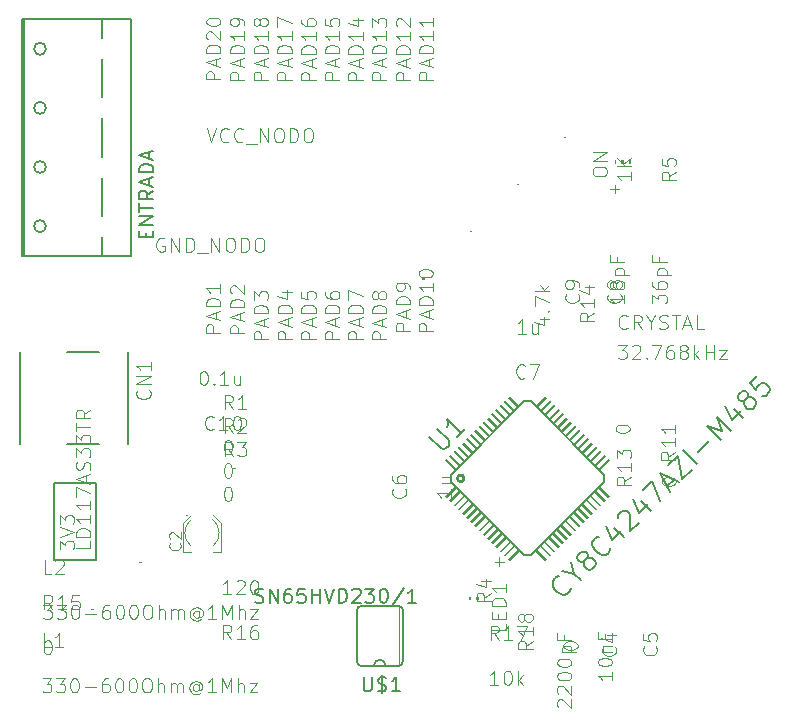
<source format=gbr>
G04 #@! TF.FileFunction,Legend,Top*
%FSLAX46Y46*%
G04 Gerber Fmt 4.6, Leading zero omitted, Abs format (unit mm)*
G04 Created by KiCad (PCBNEW 4.0.6) date 07/21/17 09:20:33*
%MOMM*%
%LPD*%
G01*
G04 APERTURE LIST*
%ADD10C,0.100000*%
%ADD11C,0.127000*%
%ADD12C,0.152400*%
%ADD13C,0.050800*%
%ADD14C,0.203200*%
%ADD15C,0.254000*%
%ADD16C,0.101600*%
%ADD17C,0.142240*%
%ADD18C,0.002032*%
%ADD19C,0.081280*%
G04 APERTURE END LIST*
D10*
D11*
X130342700Y-105408900D02*
X130342700Y-113208900D01*
X121142700Y-105408900D02*
X121142700Y-113208900D01*
X125142700Y-105408900D02*
X127842700Y-105408900D01*
X127842700Y-113208900D02*
X125142700Y-113208900D01*
X130342700Y-106108900D02*
X130342700Y-107208900D01*
X130342700Y-111408900D02*
X130342700Y-112508900D01*
D12*
X149694900Y-127266700D02*
X149694900Y-131584700D01*
X153225500Y-126885700D02*
G75*
G02X153606500Y-127266700I0J-381000D01*
G01*
X149694900Y-131584700D02*
G75*
G03X150075900Y-131965700I381000J0D01*
G01*
X150075900Y-126885700D02*
G75*
G03X149694900Y-127266700I0J-381000D01*
G01*
X153606500Y-131584700D02*
G75*
G02X153225500Y-131965700I-381000J0D01*
G01*
X153606500Y-131584700D02*
X153606500Y-127266700D01*
X153225500Y-126885700D02*
X150075900Y-126885700D01*
X150075900Y-131965700D02*
X153225500Y-131965700D01*
X152158700Y-131965700D02*
G75*
G03X151142700Y-131965700I-508000J0D01*
G01*
D13*
X153250900Y-131965700D02*
X153250900Y-126885700D01*
D14*
X157642118Y-116373543D02*
X157642118Y-115807857D01*
X157642118Y-115807857D02*
X163864657Y-109585318D01*
X163864657Y-109585318D02*
X164430343Y-109585318D01*
X164430343Y-109585318D02*
X170652882Y-115807857D01*
X170652882Y-115807857D02*
X170652882Y-116373543D01*
X170652882Y-116373543D02*
X164430343Y-122596082D01*
X164430343Y-122596082D02*
X163864657Y-122596082D01*
X163864657Y-122596082D02*
X157642118Y-116373543D01*
D15*
X158773346Y-116090700D02*
G75*
G03X158773346Y-116090700I-282700J0D01*
G01*
D10*
G36*
X157323920Y-117752401D02*
X158172448Y-116903873D01*
X158031026Y-116762451D01*
X157182498Y-117610980D01*
X157323920Y-117752401D01*
G37*
G36*
X157677473Y-118105954D02*
X158526001Y-117257426D01*
X158384580Y-117116005D01*
X157536052Y-117964533D01*
X157677473Y-118105954D01*
G37*
G36*
X158031026Y-118459508D02*
X158879554Y-117610980D01*
X158738133Y-117469558D01*
X157889605Y-118318086D01*
X158031026Y-118459508D01*
G37*
G36*
X158384580Y-118813061D02*
X159233108Y-117964533D01*
X159091687Y-117823112D01*
X158243158Y-118671640D01*
X158384580Y-118813061D01*
G37*
G36*
X158738133Y-119166614D02*
X159586661Y-118318086D01*
X159445240Y-118176665D01*
X158596712Y-119025193D01*
X158738133Y-119166614D01*
G37*
G36*
X159091687Y-119520168D02*
X159940215Y-118671640D01*
X159798793Y-118530218D01*
X158950265Y-119378747D01*
X159091687Y-119520168D01*
G37*
G36*
X159445240Y-119873721D02*
X160293768Y-119025193D01*
X160152347Y-118883772D01*
X159303819Y-119732300D01*
X159445240Y-119873721D01*
G37*
G36*
X159798793Y-120227275D02*
X160647321Y-119378747D01*
X160505900Y-119237325D01*
X159657372Y-120085853D01*
X159798793Y-120227275D01*
G37*
G36*
X160152347Y-120580828D02*
X161000875Y-119732300D01*
X160859453Y-119590879D01*
X160010925Y-120439407D01*
X160152347Y-120580828D01*
G37*
G36*
X160505900Y-120934381D02*
X161354428Y-120085853D01*
X161213007Y-119944432D01*
X160364479Y-120792960D01*
X160505900Y-120934381D01*
G37*
G36*
X160859453Y-121287935D02*
X161707982Y-120439407D01*
X161566560Y-120297985D01*
X160718032Y-121146513D01*
X160859453Y-121287935D01*
G37*
G36*
X161213007Y-121641488D02*
X162061535Y-120792960D01*
X161920114Y-120651539D01*
X161071586Y-121500067D01*
X161213007Y-121641488D01*
G37*
G36*
X161566560Y-121995042D02*
X162415088Y-121146513D01*
X162273667Y-121005092D01*
X161425139Y-121853620D01*
X161566560Y-121995042D01*
G37*
G36*
X161920114Y-122348595D02*
X162768642Y-121500067D01*
X162627220Y-121358646D01*
X161778692Y-122207174D01*
X161920114Y-122348595D01*
G37*
G36*
X162273667Y-122702148D02*
X163122195Y-121853620D01*
X162980774Y-121712199D01*
X162132246Y-122560727D01*
X162273667Y-122702148D01*
G37*
G36*
X162627220Y-123055702D02*
X163475749Y-122207174D01*
X163334327Y-122065752D01*
X162485799Y-122914280D01*
X162627220Y-123055702D01*
G37*
G36*
X165667780Y-123055702D02*
X165809201Y-122914280D01*
X164960673Y-122065752D01*
X164819251Y-122207174D01*
X165667780Y-123055702D01*
G37*
G36*
X166021333Y-122702148D02*
X166162754Y-122560727D01*
X165314226Y-121712199D01*
X165172805Y-121853620D01*
X166021333Y-122702148D01*
G37*
G36*
X166374886Y-122348595D02*
X166516308Y-122207174D01*
X165667780Y-121358646D01*
X165526358Y-121500067D01*
X166374886Y-122348595D01*
G37*
G36*
X166728440Y-121995042D02*
X166869861Y-121853620D01*
X166021333Y-121005092D01*
X165879912Y-121146513D01*
X166728440Y-121995042D01*
G37*
G36*
X167081993Y-121641488D02*
X167223414Y-121500067D01*
X166374886Y-120651539D01*
X166233465Y-120792960D01*
X167081993Y-121641488D01*
G37*
G36*
X167435547Y-121287935D02*
X167576968Y-121146513D01*
X166728440Y-120297985D01*
X166587018Y-120439407D01*
X167435547Y-121287935D01*
G37*
G36*
X167789100Y-120934381D02*
X167930521Y-120792960D01*
X167081993Y-119944432D01*
X166940572Y-120085853D01*
X167789100Y-120934381D01*
G37*
G36*
X168142653Y-120580828D02*
X168284075Y-120439407D01*
X167435547Y-119590879D01*
X167294125Y-119732300D01*
X168142653Y-120580828D01*
G37*
G36*
X168496207Y-120227275D02*
X168637628Y-120085853D01*
X167789100Y-119237325D01*
X167647679Y-119378747D01*
X168496207Y-120227275D01*
G37*
G36*
X168849760Y-119873721D02*
X168991181Y-119732300D01*
X168142653Y-118883772D01*
X168001232Y-119025193D01*
X168849760Y-119873721D01*
G37*
G36*
X169203313Y-119520168D02*
X169344735Y-119378747D01*
X168496207Y-118530218D01*
X168354785Y-118671640D01*
X169203313Y-119520168D01*
G37*
G36*
X169556867Y-119166614D02*
X169698288Y-119025193D01*
X168849760Y-118176665D01*
X168708339Y-118318086D01*
X169556867Y-119166614D01*
G37*
G36*
X169910420Y-118813061D02*
X170051842Y-118671640D01*
X169203313Y-117823112D01*
X169061892Y-117964533D01*
X169910420Y-118813061D01*
G37*
G36*
X170263974Y-118459508D02*
X170405395Y-118318086D01*
X169556867Y-117469558D01*
X169415446Y-117610980D01*
X170263974Y-118459508D01*
G37*
G36*
X170617527Y-118105954D02*
X170758948Y-117964533D01*
X169910420Y-117116005D01*
X169768999Y-117257426D01*
X170617527Y-118105954D01*
G37*
G36*
X170971080Y-117752401D02*
X171112502Y-117610980D01*
X170263974Y-116762451D01*
X170122552Y-116903873D01*
X170971080Y-117752401D01*
G37*
G36*
X170263974Y-115418949D02*
X171112502Y-114570420D01*
X170971080Y-114428999D01*
X170122552Y-115277527D01*
X170263974Y-115418949D01*
G37*
G36*
X169910420Y-115065395D02*
X170758948Y-114216867D01*
X170617527Y-114075446D01*
X169768999Y-114923974D01*
X169910420Y-115065395D01*
G37*
G36*
X169556867Y-114711842D02*
X170405395Y-113863314D01*
X170263974Y-113721892D01*
X169415446Y-114570420D01*
X169556867Y-114711842D01*
G37*
G36*
X169203313Y-114358288D02*
X170051842Y-113509760D01*
X169910420Y-113368339D01*
X169061892Y-114216867D01*
X169203313Y-114358288D01*
G37*
G36*
X168849760Y-114004735D02*
X169698288Y-113156207D01*
X169556867Y-113014786D01*
X168708339Y-113863314D01*
X168849760Y-114004735D01*
G37*
G36*
X168496207Y-113651182D02*
X169344735Y-112802653D01*
X169203313Y-112661232D01*
X168354785Y-113509760D01*
X168496207Y-113651182D01*
G37*
G36*
X168142653Y-113297628D02*
X168991181Y-112449100D01*
X168849760Y-112307679D01*
X168001232Y-113156207D01*
X168142653Y-113297628D01*
G37*
G36*
X167789100Y-112944075D02*
X168637628Y-112095547D01*
X168496207Y-111954125D01*
X167647679Y-112802653D01*
X167789100Y-112944075D01*
G37*
G36*
X167435547Y-112590521D02*
X168284075Y-111741993D01*
X168142653Y-111600572D01*
X167294125Y-112449100D01*
X167435547Y-112590521D01*
G37*
G36*
X167081993Y-112236968D02*
X167930521Y-111388440D01*
X167789100Y-111247019D01*
X166940572Y-112095547D01*
X167081993Y-112236968D01*
G37*
G36*
X166728440Y-111883415D02*
X167576968Y-111034887D01*
X167435547Y-110893465D01*
X166587018Y-111741993D01*
X166728440Y-111883415D01*
G37*
G36*
X166374886Y-111529861D02*
X167223414Y-110681333D01*
X167081993Y-110539912D01*
X166233465Y-111388440D01*
X166374886Y-111529861D01*
G37*
G36*
X166021333Y-111176308D02*
X166869861Y-110327780D01*
X166728440Y-110186358D01*
X165879912Y-111034887D01*
X166021333Y-111176308D01*
G37*
G36*
X165667780Y-110822754D02*
X166516308Y-109974226D01*
X166374886Y-109832805D01*
X165526358Y-110681333D01*
X165667780Y-110822754D01*
G37*
G36*
X165314226Y-110469201D02*
X166162754Y-109620673D01*
X166021333Y-109479252D01*
X165172805Y-110327780D01*
X165314226Y-110469201D01*
G37*
G36*
X164960673Y-110115648D02*
X165809201Y-109267120D01*
X165667780Y-109125698D01*
X164819251Y-109974226D01*
X164960673Y-110115648D01*
G37*
G36*
X163334327Y-110115648D02*
X163475749Y-109974226D01*
X162627220Y-109125698D01*
X162485799Y-109267120D01*
X163334327Y-110115648D01*
G37*
G36*
X162980774Y-110469201D02*
X163122195Y-110327780D01*
X162273667Y-109479252D01*
X162132246Y-109620673D01*
X162980774Y-110469201D01*
G37*
G36*
X162627220Y-110822754D02*
X162768642Y-110681333D01*
X161920114Y-109832805D01*
X161778692Y-109974226D01*
X162627220Y-110822754D01*
G37*
G36*
X162273667Y-111176308D02*
X162415088Y-111034887D01*
X161566560Y-110186358D01*
X161425139Y-110327780D01*
X162273667Y-111176308D01*
G37*
G36*
X161920114Y-111529861D02*
X162061535Y-111388440D01*
X161213007Y-110539912D01*
X161071586Y-110681333D01*
X161920114Y-111529861D01*
G37*
G36*
X161566560Y-111883415D02*
X161707982Y-111741993D01*
X160859453Y-110893465D01*
X160718032Y-111034887D01*
X161566560Y-111883415D01*
G37*
G36*
X161213007Y-112236968D02*
X161354428Y-112095547D01*
X160505900Y-111247019D01*
X160364479Y-111388440D01*
X161213007Y-112236968D01*
G37*
G36*
X160859453Y-112590521D02*
X161000875Y-112449100D01*
X160152347Y-111600572D01*
X160010925Y-111741993D01*
X160859453Y-112590521D01*
G37*
G36*
X160505900Y-112944075D02*
X160647321Y-112802653D01*
X159798793Y-111954125D01*
X159657372Y-112095547D01*
X160505900Y-112944075D01*
G37*
G36*
X160152347Y-113297628D02*
X160293768Y-113156207D01*
X159445240Y-112307679D01*
X159303819Y-112449100D01*
X160152347Y-113297628D01*
G37*
G36*
X159798793Y-113651182D02*
X159940215Y-113509760D01*
X159091687Y-112661232D01*
X158950265Y-112802653D01*
X159798793Y-113651182D01*
G37*
G36*
X159445240Y-114004735D02*
X159586661Y-113863314D01*
X158738133Y-113014786D01*
X158596712Y-113156207D01*
X159445240Y-114004735D01*
G37*
G36*
X159091687Y-114358288D02*
X159233108Y-114216867D01*
X158384580Y-113368339D01*
X158243158Y-113509760D01*
X159091687Y-114358288D01*
G37*
G36*
X158738133Y-114711842D02*
X158879554Y-114570420D01*
X158031026Y-113721892D01*
X157889605Y-113863314D01*
X158738133Y-114711842D01*
G37*
G36*
X158384580Y-115065395D02*
X158526001Y-114923974D01*
X157677473Y-114075446D01*
X157536052Y-114216867D01*
X158384580Y-115065395D01*
G37*
G36*
X158031026Y-115418949D02*
X158172448Y-115277527D01*
X157323920Y-114428999D01*
X157182498Y-114570420D01*
X158031026Y-115418949D01*
G37*
D14*
X124091700Y-116471300D02*
X127647700Y-116471300D01*
X127647700Y-116471300D02*
X127647700Y-123025300D01*
X127647700Y-123025300D02*
X124091700Y-123025300D01*
X124091700Y-123025300D02*
X124091700Y-116471300D01*
D10*
G36*
X160580700Y-126098300D02*
X160430700Y-126098300D01*
X160430700Y-126398300D01*
X160580700Y-126398300D01*
X160580700Y-126098300D01*
G37*
G36*
X159380700Y-126098300D02*
X159230700Y-126098300D01*
X159230700Y-126398300D01*
X159380700Y-126398300D01*
X159380700Y-126098300D01*
G37*
G36*
X160055700Y-126098300D02*
X159755700Y-126098300D01*
X159755700Y-126398300D01*
X160055700Y-126398300D01*
X160055700Y-126098300D01*
G37*
G36*
X171524300Y-89471500D02*
X171674300Y-89471500D01*
X171674300Y-89171500D01*
X171524300Y-89171500D01*
X171524300Y-89471500D01*
G37*
G36*
X172724300Y-89471500D02*
X172874300Y-89471500D01*
X172874300Y-89171500D01*
X172724300Y-89171500D01*
X172724300Y-89471500D01*
G37*
G36*
X172049300Y-89471500D02*
X172349300Y-89471500D01*
X172349300Y-89171500D01*
X172049300Y-89171500D01*
X172049300Y-89471500D01*
G37*
D12*
X130543300Y-97225300D02*
X130543300Y-77235300D01*
X121348300Y-77235300D02*
X121551300Y-77235300D01*
X121348300Y-77235300D02*
X121348300Y-97225300D01*
X130543300Y-97225300D02*
X128155300Y-97225300D01*
X128155300Y-97225300D02*
X128155300Y-95625300D01*
X128155300Y-93847300D02*
X128155300Y-90621300D01*
X128155300Y-88843300D02*
X128155300Y-85617300D01*
X128155300Y-83839300D02*
X128155300Y-80614300D01*
X128155300Y-78836300D02*
X128155300Y-77235300D01*
X128155300Y-97225300D02*
X121551300Y-97225300D01*
X128155300Y-77235300D02*
X130543300Y-77235300D01*
X121551300Y-97225300D02*
X121551300Y-77235300D01*
X121551300Y-97225300D02*
X121348300Y-97225300D01*
X121551300Y-77235300D02*
X128155300Y-77235300D01*
X123380500Y-94736300D02*
G75*
G03X123380500Y-94736300I-508000J0D01*
G01*
X123380500Y-89732500D02*
G75*
G03X123380500Y-89732500I-508000J0D01*
G01*
X123380500Y-84728700D02*
G75*
G03X123380500Y-84728700I-508000J0D01*
G01*
X123380500Y-79724900D02*
G75*
G03X123380500Y-79724900I-508000J0D01*
G01*
D16*
X135638500Y-119613500D02*
G75*
G03X135638500Y-121813500I950000J-1100000D01*
G01*
X137488499Y-119563501D02*
G75*
G02X137538500Y-121813500I-899999J-1145555D01*
G01*
X135638500Y-122313500D02*
X134988500Y-122313500D01*
X134988500Y-122313500D02*
X134988500Y-119913500D01*
X134988500Y-119913500D02*
X135688500Y-119213500D01*
X137488500Y-119213500D02*
X138188500Y-119913500D01*
X138188500Y-119913500D02*
X138188500Y-122313500D01*
X138188500Y-122313500D02*
X137538500Y-122313500D01*
X171557043Y-130372758D02*
X171614495Y-130430210D01*
X171671948Y-130602567D01*
X171671948Y-130717472D01*
X171614495Y-130889829D01*
X171499590Y-131004734D01*
X171384686Y-131062186D01*
X171154876Y-131119638D01*
X170982519Y-131119638D01*
X170752710Y-131062186D01*
X170637805Y-131004734D01*
X170522900Y-130889829D01*
X170465448Y-130717472D01*
X170465448Y-130602567D01*
X170522900Y-130430210D01*
X170580352Y-130372758D01*
X170867614Y-129338615D02*
X171671948Y-129338615D01*
X170407995Y-129625877D02*
X171269781Y-129913138D01*
X171269781Y-129166258D01*
X166770352Y-135486020D02*
X166712900Y-135428568D01*
X166655448Y-135313663D01*
X166655448Y-135026401D01*
X166712900Y-134911497D01*
X166770352Y-134854044D01*
X166885257Y-134796592D01*
X167000162Y-134796592D01*
X167172519Y-134854044D01*
X167861948Y-135543473D01*
X167861948Y-134796592D01*
X166770352Y-134336972D02*
X166712900Y-134279520D01*
X166655448Y-134164615D01*
X166655448Y-133877353D01*
X166712900Y-133762449D01*
X166770352Y-133704996D01*
X166885257Y-133647544D01*
X167000162Y-133647544D01*
X167172519Y-133704996D01*
X167861948Y-134394425D01*
X167861948Y-133647544D01*
X166655448Y-132900663D02*
X166655448Y-132785758D01*
X166712900Y-132670853D01*
X166770352Y-132613401D01*
X166885257Y-132555948D01*
X167115067Y-132498496D01*
X167402329Y-132498496D01*
X167632138Y-132555948D01*
X167747043Y-132613401D01*
X167804495Y-132670853D01*
X167861948Y-132785758D01*
X167861948Y-132900663D01*
X167804495Y-133015567D01*
X167747043Y-133073020D01*
X167632138Y-133130472D01*
X167402329Y-133187924D01*
X167115067Y-133187924D01*
X166885257Y-133130472D01*
X166770352Y-133073020D01*
X166712900Y-133015567D01*
X166655448Y-132900663D01*
X166655448Y-131751615D02*
X166655448Y-131636710D01*
X166712900Y-131521805D01*
X166770352Y-131464353D01*
X166885257Y-131406900D01*
X167115067Y-131349448D01*
X167402329Y-131349448D01*
X167632138Y-131406900D01*
X167747043Y-131464353D01*
X167804495Y-131521805D01*
X167861948Y-131636710D01*
X167861948Y-131751615D01*
X167804495Y-131866519D01*
X167747043Y-131923972D01*
X167632138Y-131981424D01*
X167402329Y-132038876D01*
X167115067Y-132038876D01*
X166885257Y-131981424D01*
X166770352Y-131923972D01*
X166712900Y-131866519D01*
X166655448Y-131751615D01*
X167057614Y-130832376D02*
X168264114Y-130832376D01*
X167115067Y-130832376D02*
X167057614Y-130717471D01*
X167057614Y-130487662D01*
X167115067Y-130372757D01*
X167172519Y-130315305D01*
X167287424Y-130257852D01*
X167632138Y-130257852D01*
X167747043Y-130315305D01*
X167804495Y-130372757D01*
X167861948Y-130487662D01*
X167861948Y-130717471D01*
X167804495Y-130832376D01*
X167229971Y-129338614D02*
X167229971Y-129740781D01*
X167861948Y-129740781D02*
X166655448Y-129740781D01*
X166655448Y-129166257D01*
X175011443Y-130321958D02*
X175068895Y-130379410D01*
X175126348Y-130551767D01*
X175126348Y-130666672D01*
X175068895Y-130839029D01*
X174953990Y-130953934D01*
X174839086Y-131011386D01*
X174609276Y-131068838D01*
X174436919Y-131068838D01*
X174207110Y-131011386D01*
X174092205Y-130953934D01*
X173977300Y-130839029D01*
X173919848Y-130666672D01*
X173919848Y-130551767D01*
X173977300Y-130379410D01*
X174034752Y-130321958D01*
X173919848Y-129230362D02*
X173919848Y-129804886D01*
X174494371Y-129862338D01*
X174436919Y-129804886D01*
X174379467Y-129689981D01*
X174379467Y-129402719D01*
X174436919Y-129287815D01*
X174494371Y-129230362D01*
X174609276Y-129172910D01*
X174896538Y-129172910D01*
X175011443Y-129230362D01*
X175068895Y-129287815D01*
X175126348Y-129402719D01*
X175126348Y-129689981D01*
X175068895Y-129804886D01*
X175011443Y-129862338D01*
X171316348Y-132447696D02*
X171316348Y-133137124D01*
X171316348Y-132792410D02*
X170109848Y-132792410D01*
X170282205Y-132907315D01*
X170397110Y-133022220D01*
X170454562Y-133137124D01*
X170109848Y-131700815D02*
X170109848Y-131585910D01*
X170167300Y-131471005D01*
X170224752Y-131413553D01*
X170339657Y-131356100D01*
X170569467Y-131298648D01*
X170856729Y-131298648D01*
X171086538Y-131356100D01*
X171201443Y-131413553D01*
X171258895Y-131471005D01*
X171316348Y-131585910D01*
X171316348Y-131700815D01*
X171258895Y-131815719D01*
X171201443Y-131873172D01*
X171086538Y-131930624D01*
X170856729Y-131988076D01*
X170569467Y-131988076D01*
X170339657Y-131930624D01*
X170224752Y-131873172D01*
X170167300Y-131815719D01*
X170109848Y-131700815D01*
X170512014Y-130781576D02*
X171316348Y-130781576D01*
X170626919Y-130781576D02*
X170569467Y-130724124D01*
X170512014Y-130609219D01*
X170512014Y-130436862D01*
X170569467Y-130321957D01*
X170684371Y-130264505D01*
X171316348Y-130264505D01*
X170684371Y-129287814D02*
X170684371Y-129689981D01*
X171316348Y-129689981D02*
X170109848Y-129689981D01*
X170109848Y-129115457D01*
X153764343Y-116968210D02*
X153821795Y-117025662D01*
X153879248Y-117198019D01*
X153879248Y-117312924D01*
X153821795Y-117485281D01*
X153706890Y-117600186D01*
X153591986Y-117657638D01*
X153362176Y-117715090D01*
X153189819Y-117715090D01*
X152960010Y-117657638D01*
X152845105Y-117600186D01*
X152730200Y-117485281D01*
X152672748Y-117312924D01*
X152672748Y-117198019D01*
X152730200Y-117025662D01*
X152787652Y-116968210D01*
X152672748Y-115934067D02*
X152672748Y-116163876D01*
X152730200Y-116278781D01*
X152787652Y-116336233D01*
X152960010Y-116451138D01*
X153189819Y-116508590D01*
X153649438Y-116508590D01*
X153764343Y-116451138D01*
X153821795Y-116393686D01*
X153879248Y-116278781D01*
X153879248Y-116048971D01*
X153821795Y-115934067D01*
X153764343Y-115876614D01*
X153649438Y-115819162D01*
X153362176Y-115819162D01*
X153247271Y-115876614D01*
X153189819Y-115934067D01*
X153132367Y-116048971D01*
X153132367Y-116278781D01*
X153189819Y-116393686D01*
X153247271Y-116451138D01*
X153362176Y-116508590D01*
X157689248Y-117025662D02*
X157689248Y-117715090D01*
X157689248Y-117370376D02*
X156482748Y-117370376D01*
X156655105Y-117485281D01*
X156770010Y-117600186D01*
X156827462Y-117715090D01*
X156884914Y-115991519D02*
X157689248Y-115991519D01*
X156884914Y-116508590D02*
X157516890Y-116508590D01*
X157631795Y-116451138D01*
X157689248Y-116336233D01*
X157689248Y-116163876D01*
X157631795Y-116048971D01*
X157574343Y-115991519D01*
X132126843Y-108641710D02*
X132184295Y-108699162D01*
X132241748Y-108871519D01*
X132241748Y-108986424D01*
X132184295Y-109158781D01*
X132069390Y-109273686D01*
X131954486Y-109331138D01*
X131724676Y-109388590D01*
X131552319Y-109388590D01*
X131322510Y-109331138D01*
X131207605Y-109273686D01*
X131092700Y-109158781D01*
X131035248Y-108986424D01*
X131035248Y-108871519D01*
X131092700Y-108699162D01*
X131150152Y-108641710D01*
X132241748Y-108124638D02*
X131035248Y-108124638D01*
X132241748Y-107435210D01*
X131035248Y-107435210D01*
X132241748Y-106228710D02*
X132241748Y-106918138D01*
X132241748Y-106573424D02*
X131035248Y-106573424D01*
X131207605Y-106688329D01*
X131322510Y-106803234D01*
X131379962Y-106918138D01*
X139190790Y-110242048D02*
X138788624Y-109667524D01*
X138501362Y-110242048D02*
X138501362Y-109035548D01*
X138960981Y-109035548D01*
X139075886Y-109093000D01*
X139133338Y-109150452D01*
X139190790Y-109265357D01*
X139190790Y-109437714D01*
X139133338Y-109552619D01*
X139075886Y-109610071D01*
X138960981Y-109667524D01*
X138501362Y-109667524D01*
X140339838Y-110242048D02*
X139650410Y-110242048D01*
X139995124Y-110242048D02*
X139995124Y-109035548D01*
X139880219Y-109207905D01*
X139765314Y-109322810D01*
X139650410Y-109380262D01*
X138731171Y-112845548D02*
X138846076Y-112845548D01*
X138960981Y-112903000D01*
X139018433Y-112960452D01*
X139075886Y-113075357D01*
X139133338Y-113305167D01*
X139133338Y-113592429D01*
X139075886Y-113822238D01*
X139018433Y-113937143D01*
X138960981Y-113994595D01*
X138846076Y-114052048D01*
X138731171Y-114052048D01*
X138616267Y-113994595D01*
X138558814Y-113937143D01*
X138501362Y-113822238D01*
X138443910Y-113592429D01*
X138443910Y-113305167D01*
X138501362Y-113075357D01*
X138558814Y-112960452D01*
X138616267Y-112903000D01*
X138731171Y-112845548D01*
X139064394Y-129711148D02*
X138662228Y-129136624D01*
X138374966Y-129711148D02*
X138374966Y-128504648D01*
X138834585Y-128504648D01*
X138949490Y-128562100D01*
X139006942Y-128619552D01*
X139064394Y-128734457D01*
X139064394Y-128906814D01*
X139006942Y-129021719D01*
X138949490Y-129079171D01*
X138834585Y-129136624D01*
X138374966Y-129136624D01*
X140213442Y-129711148D02*
X139524014Y-129711148D01*
X139868728Y-129711148D02*
X139868728Y-128504648D01*
X139753823Y-128677005D01*
X139638918Y-128791910D01*
X139524014Y-128849362D01*
X141247585Y-128504648D02*
X141017776Y-128504648D01*
X140902871Y-128562100D01*
X140845419Y-128619552D01*
X140730514Y-128791910D01*
X140673062Y-129021719D01*
X140673062Y-129481338D01*
X140730514Y-129596243D01*
X140787966Y-129653695D01*
X140902871Y-129711148D01*
X141132681Y-129711148D01*
X141247585Y-129653695D01*
X141305038Y-129596243D01*
X141362490Y-129481338D01*
X141362490Y-129194076D01*
X141305038Y-129079171D01*
X141247585Y-129021719D01*
X141132681Y-128964267D01*
X140902871Y-128964267D01*
X140787966Y-129021719D01*
X140730514Y-129079171D01*
X140673062Y-129194076D01*
X139064394Y-125901148D02*
X138374966Y-125901148D01*
X138719680Y-125901148D02*
X138719680Y-124694648D01*
X138604775Y-124867005D01*
X138489870Y-124981910D01*
X138374966Y-125039362D01*
X139524014Y-124809552D02*
X139581466Y-124752100D01*
X139696371Y-124694648D01*
X139983633Y-124694648D01*
X140098537Y-124752100D01*
X140155990Y-124809552D01*
X140213442Y-124924457D01*
X140213442Y-125039362D01*
X140155990Y-125211719D01*
X139466561Y-125901148D01*
X140213442Y-125901148D01*
X140960323Y-124694648D02*
X141075228Y-124694648D01*
X141190133Y-124752100D01*
X141247585Y-124809552D01*
X141305038Y-124924457D01*
X141362490Y-125154267D01*
X141362490Y-125441529D01*
X141305038Y-125671338D01*
X141247585Y-125786243D01*
X141190133Y-125843695D01*
X141075228Y-125901148D01*
X140960323Y-125901148D01*
X140845419Y-125843695D01*
X140787966Y-125786243D01*
X140730514Y-125671338D01*
X140673062Y-125441529D01*
X140673062Y-125154267D01*
X140730514Y-124924457D01*
X140787966Y-124809552D01*
X140845419Y-124752100D01*
X140960323Y-124694648D01*
X161720590Y-129774648D02*
X161318424Y-129200124D01*
X161031162Y-129774648D02*
X161031162Y-128568148D01*
X161490781Y-128568148D01*
X161605686Y-128625600D01*
X161663138Y-128683052D01*
X161720590Y-128797957D01*
X161720590Y-128970314D01*
X161663138Y-129085219D01*
X161605686Y-129142671D01*
X161490781Y-129200124D01*
X161031162Y-129200124D01*
X162869638Y-129774648D02*
X162180210Y-129774648D01*
X162524924Y-129774648D02*
X162524924Y-128568148D01*
X162410019Y-128740505D01*
X162295114Y-128855410D01*
X162180210Y-128912862D01*
X163271805Y-128568148D02*
X164076138Y-128568148D01*
X163559067Y-129774648D01*
X161663138Y-133584648D02*
X160973710Y-133584648D01*
X161318424Y-133584648D02*
X161318424Y-132378148D01*
X161203519Y-132550505D01*
X161088614Y-132665410D01*
X160973710Y-132722862D01*
X162410019Y-132378148D02*
X162524924Y-132378148D01*
X162639829Y-132435600D01*
X162697281Y-132493052D01*
X162754734Y-132607957D01*
X162812186Y-132837767D01*
X162812186Y-133125029D01*
X162754734Y-133354838D01*
X162697281Y-133469743D01*
X162639829Y-133527195D01*
X162524924Y-133584648D01*
X162410019Y-133584648D01*
X162295115Y-133527195D01*
X162237662Y-133469743D01*
X162180210Y-133354838D01*
X162122758Y-133125029D01*
X162122758Y-132837767D01*
X162180210Y-132607957D01*
X162237662Y-132493052D01*
X162295115Y-132435600D01*
X162410019Y-132378148D01*
X163329258Y-133584648D02*
X163329258Y-132378148D01*
X163444163Y-133125029D02*
X163788877Y-133584648D01*
X163788877Y-132780314D02*
X163329258Y-133239933D01*
X164572648Y-129846010D02*
X163998124Y-130248176D01*
X164572648Y-130535438D02*
X163366148Y-130535438D01*
X163366148Y-130075819D01*
X163423600Y-129960914D01*
X163481052Y-129903462D01*
X163595957Y-129846010D01*
X163768314Y-129846010D01*
X163883219Y-129903462D01*
X163940671Y-129960914D01*
X163998124Y-130075819D01*
X163998124Y-130535438D01*
X164572648Y-128696962D02*
X164572648Y-129386390D01*
X164572648Y-129041676D02*
X163366148Y-129041676D01*
X163538505Y-129156581D01*
X163653410Y-129271486D01*
X163710862Y-129386390D01*
X163883219Y-128007533D02*
X163825767Y-128122438D01*
X163768314Y-128179890D01*
X163653410Y-128237342D01*
X163595957Y-128237342D01*
X163481052Y-128179890D01*
X163423600Y-128122438D01*
X163366148Y-128007533D01*
X163366148Y-127777723D01*
X163423600Y-127662819D01*
X163481052Y-127605366D01*
X163595957Y-127547914D01*
X163653410Y-127547914D01*
X163768314Y-127605366D01*
X163825767Y-127662819D01*
X163883219Y-127777723D01*
X163883219Y-128007533D01*
X163940671Y-128122438D01*
X163998124Y-128179890D01*
X164113029Y-128237342D01*
X164342838Y-128237342D01*
X164457743Y-128179890D01*
X164515195Y-128122438D01*
X164572648Y-128007533D01*
X164572648Y-127777723D01*
X164515195Y-127662819D01*
X164457743Y-127605366D01*
X164342838Y-127547914D01*
X164113029Y-127547914D01*
X163998124Y-127605366D01*
X163940671Y-127662819D01*
X163883219Y-127777723D01*
X167176148Y-130305629D02*
X167176148Y-130190724D01*
X167233600Y-130075819D01*
X167291052Y-130018367D01*
X167405957Y-129960914D01*
X167635767Y-129903462D01*
X167923029Y-129903462D01*
X168152838Y-129960914D01*
X168267743Y-130018367D01*
X168325195Y-130075819D01*
X168382648Y-130190724D01*
X168382648Y-130305629D01*
X168325195Y-130420533D01*
X168267743Y-130477986D01*
X168152838Y-130535438D01*
X167923029Y-130592890D01*
X167635767Y-130592890D01*
X167405957Y-130535438D01*
X167291052Y-130477986D01*
X167233600Y-130420533D01*
X167176148Y-130305629D01*
X139190790Y-112223248D02*
X138788624Y-111648724D01*
X138501362Y-112223248D02*
X138501362Y-111016748D01*
X138960981Y-111016748D01*
X139075886Y-111074200D01*
X139133338Y-111131652D01*
X139190790Y-111246557D01*
X139190790Y-111418914D01*
X139133338Y-111533819D01*
X139075886Y-111591271D01*
X138960981Y-111648724D01*
X138501362Y-111648724D01*
X139650410Y-111131652D02*
X139707862Y-111074200D01*
X139822767Y-111016748D01*
X140110029Y-111016748D01*
X140224933Y-111074200D01*
X140282386Y-111131652D01*
X140339838Y-111246557D01*
X140339838Y-111361462D01*
X140282386Y-111533819D01*
X139592957Y-112223248D01*
X140339838Y-112223248D01*
X138731171Y-114826748D02*
X138846076Y-114826748D01*
X138960981Y-114884200D01*
X139018433Y-114941652D01*
X139075886Y-115056557D01*
X139133338Y-115286367D01*
X139133338Y-115573629D01*
X139075886Y-115803438D01*
X139018433Y-115918343D01*
X138960981Y-115975795D01*
X138846076Y-116033248D01*
X138731171Y-116033248D01*
X138616267Y-115975795D01*
X138558814Y-115918343D01*
X138501362Y-115803438D01*
X138443910Y-115573629D01*
X138443910Y-115286367D01*
X138501362Y-115056557D01*
X138558814Y-114941652D01*
X138616267Y-114884200D01*
X138731171Y-114826748D01*
X139190790Y-114204448D02*
X138788624Y-113629924D01*
X138501362Y-114204448D02*
X138501362Y-112997948D01*
X138960981Y-112997948D01*
X139075886Y-113055400D01*
X139133338Y-113112852D01*
X139190790Y-113227757D01*
X139190790Y-113400114D01*
X139133338Y-113515019D01*
X139075886Y-113572471D01*
X138960981Y-113629924D01*
X138501362Y-113629924D01*
X139592957Y-112997948D02*
X140339838Y-112997948D01*
X139937671Y-113457567D01*
X140110029Y-113457567D01*
X140224933Y-113515019D01*
X140282386Y-113572471D01*
X140339838Y-113687376D01*
X140339838Y-113974638D01*
X140282386Y-114089543D01*
X140224933Y-114146995D01*
X140110029Y-114204448D01*
X139765314Y-114204448D01*
X139650410Y-114146995D01*
X139592957Y-114089543D01*
X138731171Y-116807948D02*
X138846076Y-116807948D01*
X138960981Y-116865400D01*
X139018433Y-116922852D01*
X139075886Y-117037757D01*
X139133338Y-117267567D01*
X139133338Y-117554829D01*
X139075886Y-117784638D01*
X139018433Y-117899543D01*
X138960981Y-117956995D01*
X138846076Y-118014448D01*
X138731171Y-118014448D01*
X138616267Y-117956995D01*
X138558814Y-117899543D01*
X138501362Y-117784638D01*
X138443910Y-117554829D01*
X138443910Y-117267567D01*
X138501362Y-117037757D01*
X138558814Y-116922852D01*
X138616267Y-116865400D01*
X138731171Y-116807948D01*
D11*
X150280914Y-132924248D02*
X150280914Y-133900938D01*
X150338366Y-134015843D01*
X150395819Y-134073295D01*
X150510723Y-134130748D01*
X150740533Y-134130748D01*
X150855438Y-134073295D01*
X150912890Y-134015843D01*
X150970342Y-133900938D01*
X150970342Y-132924248D01*
X151487414Y-134073295D02*
X151659771Y-134130748D01*
X151947033Y-134130748D01*
X152061937Y-134073295D01*
X152119390Y-134015843D01*
X152176842Y-133900938D01*
X152176842Y-133786033D01*
X152119390Y-133671129D01*
X152061937Y-133613676D01*
X151947033Y-133556224D01*
X151717223Y-133498771D01*
X151602318Y-133441319D01*
X151544866Y-133383867D01*
X151487414Y-133268962D01*
X151487414Y-133154057D01*
X151544866Y-133039152D01*
X151602318Y-132981700D01*
X151717223Y-132924248D01*
X152004485Y-132924248D01*
X152176842Y-132981700D01*
X151832128Y-132751890D02*
X151832128Y-134303105D01*
X153325890Y-134130748D02*
X152636462Y-134130748D01*
X152981176Y-134130748D02*
X152981176Y-132924248D01*
X152866271Y-133096605D01*
X152751366Y-133211510D01*
X152636462Y-133268962D01*
X141106675Y-126580295D02*
X141279032Y-126637748D01*
X141566294Y-126637748D01*
X141681198Y-126580295D01*
X141738651Y-126522843D01*
X141796103Y-126407938D01*
X141796103Y-126293033D01*
X141738651Y-126178129D01*
X141681198Y-126120676D01*
X141566294Y-126063224D01*
X141336484Y-126005771D01*
X141221579Y-125948319D01*
X141164127Y-125890867D01*
X141106675Y-125775962D01*
X141106675Y-125661057D01*
X141164127Y-125546152D01*
X141221579Y-125488700D01*
X141336484Y-125431248D01*
X141623746Y-125431248D01*
X141796103Y-125488700D01*
X142313175Y-126637748D02*
X142313175Y-125431248D01*
X143002603Y-126637748D01*
X143002603Y-125431248D01*
X144094198Y-125431248D02*
X143864389Y-125431248D01*
X143749484Y-125488700D01*
X143692032Y-125546152D01*
X143577127Y-125718510D01*
X143519675Y-125948319D01*
X143519675Y-126407938D01*
X143577127Y-126522843D01*
X143634579Y-126580295D01*
X143749484Y-126637748D01*
X143979294Y-126637748D01*
X144094198Y-126580295D01*
X144151651Y-126522843D01*
X144209103Y-126407938D01*
X144209103Y-126120676D01*
X144151651Y-126005771D01*
X144094198Y-125948319D01*
X143979294Y-125890867D01*
X143749484Y-125890867D01*
X143634579Y-125948319D01*
X143577127Y-126005771D01*
X143519675Y-126120676D01*
X145300699Y-125431248D02*
X144726175Y-125431248D01*
X144668723Y-126005771D01*
X144726175Y-125948319D01*
X144841080Y-125890867D01*
X145128342Y-125890867D01*
X145243246Y-125948319D01*
X145300699Y-126005771D01*
X145358151Y-126120676D01*
X145358151Y-126407938D01*
X145300699Y-126522843D01*
X145243246Y-126580295D01*
X145128342Y-126637748D01*
X144841080Y-126637748D01*
X144726175Y-126580295D01*
X144668723Y-126522843D01*
X145875223Y-126637748D02*
X145875223Y-125431248D01*
X145875223Y-126005771D02*
X146564651Y-126005771D01*
X146564651Y-126637748D02*
X146564651Y-125431248D01*
X146966818Y-125431248D02*
X147368984Y-126637748D01*
X147771151Y-125431248D01*
X148173318Y-126637748D02*
X148173318Y-125431248D01*
X148460580Y-125431248D01*
X148632937Y-125488700D01*
X148747842Y-125603605D01*
X148805294Y-125718510D01*
X148862746Y-125948319D01*
X148862746Y-126120676D01*
X148805294Y-126350486D01*
X148747842Y-126465390D01*
X148632937Y-126580295D01*
X148460580Y-126637748D01*
X148173318Y-126637748D01*
X149322366Y-125546152D02*
X149379818Y-125488700D01*
X149494723Y-125431248D01*
X149781985Y-125431248D01*
X149896889Y-125488700D01*
X149954342Y-125546152D01*
X150011794Y-125661057D01*
X150011794Y-125775962D01*
X149954342Y-125948319D01*
X149264913Y-126637748D01*
X150011794Y-126637748D01*
X150413961Y-125431248D02*
X151160842Y-125431248D01*
X150758675Y-125890867D01*
X150931033Y-125890867D01*
X151045937Y-125948319D01*
X151103390Y-126005771D01*
X151160842Y-126120676D01*
X151160842Y-126407938D01*
X151103390Y-126522843D01*
X151045937Y-126580295D01*
X150931033Y-126637748D01*
X150586318Y-126637748D01*
X150471414Y-126580295D01*
X150413961Y-126522843D01*
X151907723Y-125431248D02*
X152022628Y-125431248D01*
X152137533Y-125488700D01*
X152194985Y-125546152D01*
X152252438Y-125661057D01*
X152309890Y-125890867D01*
X152309890Y-126178129D01*
X152252438Y-126407938D01*
X152194985Y-126522843D01*
X152137533Y-126580295D01*
X152022628Y-126637748D01*
X151907723Y-126637748D01*
X151792819Y-126580295D01*
X151735366Y-126522843D01*
X151677914Y-126407938D01*
X151620462Y-126178129D01*
X151620462Y-125890867D01*
X151677914Y-125661057D01*
X151735366Y-125546152D01*
X151792819Y-125488700D01*
X151907723Y-125431248D01*
X153688748Y-125373795D02*
X152654605Y-126925010D01*
X154722890Y-126637748D02*
X154033462Y-126637748D01*
X154378176Y-126637748D02*
X154378176Y-125431248D01*
X154263271Y-125603605D01*
X154148366Y-125718510D01*
X154033462Y-125775962D01*
D17*
X155816816Y-112579420D02*
X156783690Y-113546294D01*
X156954315Y-113603169D01*
X157068064Y-113603169D01*
X157238690Y-113546295D01*
X157466189Y-113318795D01*
X157523064Y-113148170D01*
X157523064Y-113034420D01*
X157466189Y-112863795D01*
X156499316Y-111896921D01*
X158888063Y-111896921D02*
X158205564Y-112579421D01*
X158546813Y-112238171D02*
X157352439Y-111043797D01*
X157409315Y-111328171D01*
X157409314Y-111555671D01*
X157352439Y-111726297D01*
X167811846Y-125364712D02*
X167811845Y-125478462D01*
X167698095Y-125705962D01*
X167584346Y-125819712D01*
X167356846Y-125933461D01*
X167129346Y-125933462D01*
X166958721Y-125876586D01*
X166674346Y-125705962D01*
X166503721Y-125535337D01*
X166333097Y-125250962D01*
X166276222Y-125080337D01*
X166276222Y-124852837D01*
X166389972Y-124625337D01*
X166503721Y-124511588D01*
X166731221Y-124397838D01*
X166844971Y-124397837D01*
X168096220Y-124170338D02*
X168664970Y-124739088D01*
X167072471Y-123942838D02*
X168096220Y-124170338D01*
X167868720Y-123146589D01*
X168949345Y-123089714D02*
X168778719Y-123146588D01*
X168664970Y-123146588D01*
X168494344Y-123089714D01*
X168437470Y-123032839D01*
X168380595Y-122862213D01*
X168380595Y-122748464D01*
X168437470Y-122577839D01*
X168664970Y-122350339D01*
X168835595Y-122293464D01*
X168949344Y-122293464D01*
X169119969Y-122350339D01*
X169176844Y-122407214D01*
X169233719Y-122577839D01*
X169233719Y-122691589D01*
X169176845Y-122862214D01*
X168949345Y-123089714D01*
X168892470Y-123260339D01*
X168892470Y-123374088D01*
X168949344Y-123544714D01*
X169176844Y-123772213D01*
X169347469Y-123829088D01*
X169461219Y-123829088D01*
X169631844Y-123772213D01*
X169859344Y-123544714D01*
X169916219Y-123374088D01*
X169916219Y-123260339D01*
X169859343Y-123089714D01*
X169631844Y-122862214D01*
X169461219Y-122805339D01*
X169347469Y-122805339D01*
X169176845Y-122862214D01*
X171167468Y-122009089D02*
X171167468Y-122122839D01*
X171053718Y-122350339D01*
X170939969Y-122464089D01*
X170712468Y-122577838D01*
X170484969Y-122577839D01*
X170314344Y-122520964D01*
X170029969Y-122350339D01*
X169859344Y-122179715D01*
X169688719Y-121895339D01*
X169631844Y-121724715D01*
X169631844Y-121497214D01*
X169745595Y-121269715D01*
X169859344Y-121155965D01*
X170086844Y-121042215D01*
X170200594Y-121042215D01*
X171508718Y-120302840D02*
X172304968Y-121099090D01*
X170769343Y-120132216D02*
X171338092Y-121269715D01*
X172077467Y-120530340D01*
X171793092Y-119449716D02*
X171793093Y-119335966D01*
X171849968Y-119165342D01*
X172134343Y-118880967D01*
X172304968Y-118824091D01*
X172418717Y-118824091D01*
X172589342Y-118880967D01*
X172703092Y-118994717D01*
X172816842Y-119222216D01*
X172816842Y-120587215D01*
X173556216Y-119847841D01*
X173783717Y-118027842D02*
X174579966Y-118824091D01*
X173044342Y-117857217D02*
X173613091Y-118994716D01*
X174352466Y-118255341D01*
X173897467Y-117117843D02*
X174693716Y-116321593D01*
X175376216Y-118027842D01*
X175944965Y-116776593D02*
X176513715Y-116207843D01*
X176172465Y-117231592D02*
X175376216Y-115639094D01*
X176968714Y-116435343D01*
X176058715Y-114956594D02*
X176854965Y-114160344D01*
X177253089Y-116150968D01*
X178049339Y-115354719D01*
X178504339Y-114899719D02*
X177309965Y-113705345D01*
X178618088Y-113875969D02*
X179528087Y-112965970D01*
X180551837Y-112852220D02*
X179357463Y-111657846D01*
X180608712Y-112112846D01*
X180153712Y-110861597D01*
X181348086Y-112055971D01*
X181632461Y-110179097D02*
X182428711Y-110975347D01*
X180893086Y-110008472D02*
X181461836Y-111145972D01*
X182201211Y-110406597D01*
X182542461Y-109496598D02*
X182371835Y-109553472D01*
X182258086Y-109553472D01*
X182087460Y-109496598D01*
X182030586Y-109439723D01*
X181973711Y-109269097D01*
X181973711Y-109155348D01*
X182030586Y-108984723D01*
X182258086Y-108757223D01*
X182428711Y-108700348D01*
X182542460Y-108700348D01*
X182713085Y-108757223D01*
X182769960Y-108814098D01*
X182826835Y-108984723D01*
X182826835Y-109098473D01*
X182769961Y-109269098D01*
X182542461Y-109496598D01*
X182485586Y-109667223D01*
X182485586Y-109780972D01*
X182542460Y-109951598D01*
X182769960Y-110179097D01*
X182940585Y-110235972D01*
X183054335Y-110235972D01*
X183224960Y-110179097D01*
X183452460Y-109951598D01*
X183509335Y-109780972D01*
X183509335Y-109667223D01*
X183452459Y-109496598D01*
X183224960Y-109269098D01*
X183054335Y-109212223D01*
X182940585Y-109212223D01*
X182769961Y-109269098D01*
X183566210Y-107449099D02*
X182997461Y-108017849D01*
X183509335Y-108643473D01*
X183509335Y-108529723D01*
X183566209Y-108359098D01*
X183850584Y-108074723D01*
X184021210Y-108017849D01*
X184134959Y-108017849D01*
X184305584Y-108074724D01*
X184589959Y-108359098D01*
X184646834Y-108529723D01*
X184646834Y-108643473D01*
X184589959Y-108814098D01*
X184305584Y-109098473D01*
X184134959Y-109155347D01*
X184021209Y-109155348D01*
D18*
X135219198Y-119164221D02*
X135232987Y-119164221D01*
X135226092Y-119188351D02*
X135226092Y-119164221D01*
X135241030Y-119188351D02*
X135241030Y-119164221D01*
X135250223Y-119164221D01*
X135252521Y-119165370D01*
X135253670Y-119166519D01*
X135254819Y-119168817D01*
X135254819Y-119172264D01*
X135253670Y-119174562D01*
X135252521Y-119175711D01*
X135250223Y-119176860D01*
X135241030Y-119176860D01*
X135273204Y-119175711D02*
X135276651Y-119176860D01*
X135277800Y-119178010D01*
X135278949Y-119180308D01*
X135278949Y-119183755D01*
X135277800Y-119186053D01*
X135276651Y-119187202D01*
X135274353Y-119188351D01*
X135265160Y-119188351D01*
X135265160Y-119164221D01*
X135273204Y-119164221D01*
X135275502Y-119165370D01*
X135276651Y-119166519D01*
X135277800Y-119168817D01*
X135277800Y-119171115D01*
X135276651Y-119173413D01*
X135275502Y-119174562D01*
X135273204Y-119175711D01*
X135265160Y-119175711D01*
X135288141Y-119166519D02*
X135289290Y-119165370D01*
X135291588Y-119164221D01*
X135297334Y-119164221D01*
X135299632Y-119165370D01*
X135300781Y-119166519D01*
X135301930Y-119168817D01*
X135301930Y-119171115D01*
X135300781Y-119174562D01*
X135286992Y-119188351D01*
X135301930Y-119188351D01*
X135313420Y-119187202D02*
X135313420Y-119188351D01*
X135312271Y-119190649D01*
X135311122Y-119191798D01*
X135335252Y-119164221D02*
X135323761Y-119164221D01*
X135322612Y-119175711D01*
X135323761Y-119174562D01*
X135326059Y-119173413D01*
X135331805Y-119173413D01*
X135334103Y-119174562D01*
X135335252Y-119175711D01*
X135336401Y-119178010D01*
X135336401Y-119183755D01*
X135335252Y-119186053D01*
X135334103Y-119187202D01*
X135331805Y-119188351D01*
X135326059Y-119188351D01*
X135323761Y-119187202D01*
X135322612Y-119186053D01*
X135357084Y-119172264D02*
X135357084Y-119188351D01*
X135351338Y-119163072D02*
X135345593Y-119180308D01*
X135360531Y-119180308D01*
X139206998Y-115176421D02*
X139220787Y-115176421D01*
X139213892Y-115200551D02*
X139213892Y-115176421D01*
X139228830Y-115200551D02*
X139228830Y-115176421D01*
X139238023Y-115176421D01*
X139240321Y-115177570D01*
X139241470Y-115178719D01*
X139242619Y-115181017D01*
X139242619Y-115184464D01*
X139241470Y-115186762D01*
X139240321Y-115187911D01*
X139238023Y-115189060D01*
X139228830Y-115189060D01*
X139261004Y-115187911D02*
X139264451Y-115189060D01*
X139265600Y-115190210D01*
X139266749Y-115192508D01*
X139266749Y-115195955D01*
X139265600Y-115198253D01*
X139264451Y-115199402D01*
X139262153Y-115200551D01*
X139252960Y-115200551D01*
X139252960Y-115176421D01*
X139261004Y-115176421D01*
X139263302Y-115177570D01*
X139264451Y-115178719D01*
X139265600Y-115181017D01*
X139265600Y-115183315D01*
X139264451Y-115185613D01*
X139263302Y-115186762D01*
X139261004Y-115187911D01*
X139252960Y-115187911D01*
X139275941Y-115178719D02*
X139277090Y-115177570D01*
X139279388Y-115176421D01*
X139285134Y-115176421D01*
X139287432Y-115177570D01*
X139288581Y-115178719D01*
X139289730Y-115181017D01*
X139289730Y-115183315D01*
X139288581Y-115186762D01*
X139274792Y-115200551D01*
X139289730Y-115200551D01*
X139301220Y-115199402D02*
X139301220Y-115200551D01*
X139300071Y-115202849D01*
X139298922Y-115203998D01*
X139323052Y-115176421D02*
X139311561Y-115176421D01*
X139310412Y-115187911D01*
X139311561Y-115186762D01*
X139313859Y-115185613D01*
X139319605Y-115185613D01*
X139321903Y-115186762D01*
X139323052Y-115187911D01*
X139324201Y-115190210D01*
X139324201Y-115195955D01*
X139323052Y-115198253D01*
X139321903Y-115199402D01*
X139319605Y-115200551D01*
X139313859Y-115200551D01*
X139311561Y-115199402D01*
X139310412Y-115198253D01*
X139344884Y-115184464D02*
X139344884Y-115200551D01*
X139339138Y-115175272D02*
X139333393Y-115192508D01*
X139348331Y-115192508D01*
X127218198Y-127165221D02*
X127231987Y-127165221D01*
X127225092Y-127189351D02*
X127225092Y-127165221D01*
X127240030Y-127189351D02*
X127240030Y-127165221D01*
X127249223Y-127165221D01*
X127251521Y-127166370D01*
X127252670Y-127167519D01*
X127253819Y-127169817D01*
X127253819Y-127173264D01*
X127252670Y-127175562D01*
X127251521Y-127176711D01*
X127249223Y-127177860D01*
X127240030Y-127177860D01*
X127272204Y-127176711D02*
X127275651Y-127177860D01*
X127276800Y-127179010D01*
X127277949Y-127181308D01*
X127277949Y-127184755D01*
X127276800Y-127187053D01*
X127275651Y-127188202D01*
X127273353Y-127189351D01*
X127264160Y-127189351D01*
X127264160Y-127165221D01*
X127272204Y-127165221D01*
X127274502Y-127166370D01*
X127275651Y-127167519D01*
X127276800Y-127169817D01*
X127276800Y-127172115D01*
X127275651Y-127174413D01*
X127274502Y-127175562D01*
X127272204Y-127176711D01*
X127264160Y-127176711D01*
X127287141Y-127167519D02*
X127288290Y-127166370D01*
X127290588Y-127165221D01*
X127296334Y-127165221D01*
X127298632Y-127166370D01*
X127299781Y-127167519D01*
X127300930Y-127169817D01*
X127300930Y-127172115D01*
X127299781Y-127175562D01*
X127285992Y-127189351D01*
X127300930Y-127189351D01*
X127312420Y-127188202D02*
X127312420Y-127189351D01*
X127311271Y-127191649D01*
X127310122Y-127192798D01*
X127334252Y-127165221D02*
X127322761Y-127165221D01*
X127321612Y-127176711D01*
X127322761Y-127175562D01*
X127325059Y-127174413D01*
X127330805Y-127174413D01*
X127333103Y-127175562D01*
X127334252Y-127176711D01*
X127335401Y-127179010D01*
X127335401Y-127184755D01*
X127334252Y-127187053D01*
X127333103Y-127188202D01*
X127330805Y-127189351D01*
X127325059Y-127189351D01*
X127322761Y-127188202D01*
X127321612Y-127187053D01*
X127356084Y-127173264D02*
X127356084Y-127189351D01*
X127350338Y-127164072D02*
X127344593Y-127181308D01*
X127359531Y-127181308D01*
X131282198Y-123177421D02*
X131295987Y-123177421D01*
X131289092Y-123201551D02*
X131289092Y-123177421D01*
X131304030Y-123201551D02*
X131304030Y-123177421D01*
X131313223Y-123177421D01*
X131315521Y-123178570D01*
X131316670Y-123179719D01*
X131317819Y-123182017D01*
X131317819Y-123185464D01*
X131316670Y-123187762D01*
X131315521Y-123188911D01*
X131313223Y-123190060D01*
X131304030Y-123190060D01*
X131336204Y-123188911D02*
X131339651Y-123190060D01*
X131340800Y-123191210D01*
X131341949Y-123193508D01*
X131341949Y-123196955D01*
X131340800Y-123199253D01*
X131339651Y-123200402D01*
X131337353Y-123201551D01*
X131328160Y-123201551D01*
X131328160Y-123177421D01*
X131336204Y-123177421D01*
X131338502Y-123178570D01*
X131339651Y-123179719D01*
X131340800Y-123182017D01*
X131340800Y-123184315D01*
X131339651Y-123186613D01*
X131338502Y-123187762D01*
X131336204Y-123188911D01*
X131328160Y-123188911D01*
X131351141Y-123179719D02*
X131352290Y-123178570D01*
X131354588Y-123177421D01*
X131360334Y-123177421D01*
X131362632Y-123178570D01*
X131363781Y-123179719D01*
X131364930Y-123182017D01*
X131364930Y-123184315D01*
X131363781Y-123187762D01*
X131349992Y-123201551D01*
X131364930Y-123201551D01*
X131376420Y-123200402D02*
X131376420Y-123201551D01*
X131375271Y-123203849D01*
X131374122Y-123204998D01*
X131398252Y-123177421D02*
X131386761Y-123177421D01*
X131385612Y-123188911D01*
X131386761Y-123187762D01*
X131389059Y-123186613D01*
X131394805Y-123186613D01*
X131397103Y-123187762D01*
X131398252Y-123188911D01*
X131399401Y-123191210D01*
X131399401Y-123196955D01*
X131398252Y-123199253D01*
X131397103Y-123200402D01*
X131394805Y-123201551D01*
X131389059Y-123201551D01*
X131386761Y-123200402D01*
X131385612Y-123199253D01*
X131420084Y-123185464D02*
X131420084Y-123201551D01*
X131414338Y-123176272D02*
X131408593Y-123193508D01*
X131423531Y-123193508D01*
D16*
X176624948Y-113843406D02*
X176050424Y-114245572D01*
X176624948Y-114532834D02*
X175418448Y-114532834D01*
X175418448Y-114073215D01*
X175475900Y-113958310D01*
X175533352Y-113900858D01*
X175648257Y-113843406D01*
X175820614Y-113843406D01*
X175935519Y-113900858D01*
X175992971Y-113958310D01*
X176050424Y-114073215D01*
X176050424Y-114532834D01*
X176624948Y-112694358D02*
X176624948Y-113383786D01*
X176624948Y-113039072D02*
X175418448Y-113039072D01*
X175590805Y-113153977D01*
X175705710Y-113268882D01*
X175763162Y-113383786D01*
X176624948Y-111545310D02*
X176624948Y-112234738D01*
X176624948Y-111890024D02*
X175418448Y-111890024D01*
X175590805Y-112004929D01*
X175705710Y-112119834D01*
X175763162Y-112234738D01*
X171608448Y-111947477D02*
X171608448Y-111832572D01*
X171665900Y-111717667D01*
X171723352Y-111660215D01*
X171838257Y-111602762D01*
X172068067Y-111545310D01*
X172355329Y-111545310D01*
X172585138Y-111602762D01*
X172700043Y-111660215D01*
X172757495Y-111717667D01*
X172814948Y-111832572D01*
X172814948Y-111947477D01*
X172757495Y-112062381D01*
X172700043Y-112119834D01*
X172585138Y-112177286D01*
X172355329Y-112234738D01*
X172068067Y-112234738D01*
X171838257Y-112177286D01*
X171723352Y-112119834D01*
X171665900Y-112062381D01*
X171608448Y-111947477D01*
X172903848Y-115952210D02*
X172329324Y-116354376D01*
X172903848Y-116641638D02*
X171697348Y-116641638D01*
X171697348Y-116182019D01*
X171754800Y-116067114D01*
X171812252Y-116009662D01*
X171927157Y-115952210D01*
X172099514Y-115952210D01*
X172214419Y-116009662D01*
X172271871Y-116067114D01*
X172329324Y-116182019D01*
X172329324Y-116641638D01*
X172903848Y-114803162D02*
X172903848Y-115492590D01*
X172903848Y-115147876D02*
X171697348Y-115147876D01*
X171869705Y-115262781D01*
X171984610Y-115377686D01*
X172042062Y-115492590D01*
X171697348Y-114400995D02*
X171697348Y-113654114D01*
X172156967Y-114056281D01*
X172156967Y-113883923D01*
X172214419Y-113769019D01*
X172271871Y-113711566D01*
X172386776Y-113654114D01*
X172674038Y-113654114D01*
X172788943Y-113711566D01*
X172846395Y-113769019D01*
X172903848Y-113883923D01*
X172903848Y-114228638D01*
X172846395Y-114343542D01*
X172788943Y-114400995D01*
X175507348Y-116411829D02*
X175507348Y-116296924D01*
X175564800Y-116182019D01*
X175622252Y-116124567D01*
X175737157Y-116067114D01*
X175966967Y-116009662D01*
X176254229Y-116009662D01*
X176484038Y-116067114D01*
X176598943Y-116124567D01*
X176656395Y-116182019D01*
X176713848Y-116296924D01*
X176713848Y-116411829D01*
X176656395Y-116526733D01*
X176598943Y-116584186D01*
X176484038Y-116641638D01*
X176254229Y-116699090D01*
X175966967Y-116699090D01*
X175737157Y-116641638D01*
X175622252Y-116584186D01*
X175564800Y-116526733D01*
X175507348Y-116411829D01*
X172617190Y-103345343D02*
X172559738Y-103402795D01*
X172387381Y-103460248D01*
X172272476Y-103460248D01*
X172100119Y-103402795D01*
X171985214Y-103287890D01*
X171927762Y-103172986D01*
X171870310Y-102943176D01*
X171870310Y-102770819D01*
X171927762Y-102541010D01*
X171985214Y-102426105D01*
X172100119Y-102311200D01*
X172272476Y-102253748D01*
X172387381Y-102253748D01*
X172559738Y-102311200D01*
X172617190Y-102368652D01*
X173823690Y-103460248D02*
X173421524Y-102885724D01*
X173134262Y-103460248D02*
X173134262Y-102253748D01*
X173593881Y-102253748D01*
X173708786Y-102311200D01*
X173766238Y-102368652D01*
X173823690Y-102483557D01*
X173823690Y-102655914D01*
X173766238Y-102770819D01*
X173708786Y-102828271D01*
X173593881Y-102885724D01*
X173134262Y-102885724D01*
X174570571Y-102885724D02*
X174570571Y-103460248D01*
X174168405Y-102253748D02*
X174570571Y-102885724D01*
X174972738Y-102253748D01*
X175317453Y-103402795D02*
X175489810Y-103460248D01*
X175777072Y-103460248D01*
X175891976Y-103402795D01*
X175949429Y-103345343D01*
X176006881Y-103230438D01*
X176006881Y-103115533D01*
X175949429Y-103000629D01*
X175891976Y-102943176D01*
X175777072Y-102885724D01*
X175547262Y-102828271D01*
X175432357Y-102770819D01*
X175374905Y-102713367D01*
X175317453Y-102598462D01*
X175317453Y-102483557D01*
X175374905Y-102368652D01*
X175432357Y-102311200D01*
X175547262Y-102253748D01*
X175834524Y-102253748D01*
X176006881Y-102311200D01*
X176351596Y-102253748D02*
X177041024Y-102253748D01*
X176696310Y-103460248D02*
X176696310Y-102253748D01*
X177385739Y-103115533D02*
X177960262Y-103115533D01*
X177270834Y-103460248D02*
X177673000Y-102253748D01*
X178075167Y-103460248D01*
X179051858Y-103460248D02*
X178477334Y-103460248D01*
X178477334Y-102253748D01*
X171812857Y-104793748D02*
X172559738Y-104793748D01*
X172157571Y-105253367D01*
X172329929Y-105253367D01*
X172444833Y-105310819D01*
X172502286Y-105368271D01*
X172559738Y-105483176D01*
X172559738Y-105770438D01*
X172502286Y-105885343D01*
X172444833Y-105942795D01*
X172329929Y-106000248D01*
X171985214Y-106000248D01*
X171870310Y-105942795D01*
X171812857Y-105885343D01*
X173019358Y-104908652D02*
X173076810Y-104851200D01*
X173191715Y-104793748D01*
X173478977Y-104793748D01*
X173593881Y-104851200D01*
X173651334Y-104908652D01*
X173708786Y-105023557D01*
X173708786Y-105138462D01*
X173651334Y-105310819D01*
X172961905Y-106000248D01*
X173708786Y-106000248D01*
X174225858Y-105885343D02*
X174283310Y-105942795D01*
X174225858Y-106000248D01*
X174168406Y-105942795D01*
X174225858Y-105885343D01*
X174225858Y-106000248D01*
X174685477Y-104793748D02*
X175489810Y-104793748D01*
X174972739Y-106000248D01*
X176466501Y-104793748D02*
X176236692Y-104793748D01*
X176121787Y-104851200D01*
X176064335Y-104908652D01*
X175949430Y-105081010D01*
X175891978Y-105310819D01*
X175891978Y-105770438D01*
X175949430Y-105885343D01*
X176006882Y-105942795D01*
X176121787Y-106000248D01*
X176351597Y-106000248D01*
X176466501Y-105942795D01*
X176523954Y-105885343D01*
X176581406Y-105770438D01*
X176581406Y-105483176D01*
X176523954Y-105368271D01*
X176466501Y-105310819D01*
X176351597Y-105253367D01*
X176121787Y-105253367D01*
X176006882Y-105310819D01*
X175949430Y-105368271D01*
X175891978Y-105483176D01*
X177270835Y-105310819D02*
X177155930Y-105253367D01*
X177098478Y-105195914D01*
X177041026Y-105081010D01*
X177041026Y-105023557D01*
X177098478Y-104908652D01*
X177155930Y-104851200D01*
X177270835Y-104793748D01*
X177500645Y-104793748D01*
X177615549Y-104851200D01*
X177673002Y-104908652D01*
X177730454Y-105023557D01*
X177730454Y-105081010D01*
X177673002Y-105195914D01*
X177615549Y-105253367D01*
X177500645Y-105310819D01*
X177270835Y-105310819D01*
X177155930Y-105368271D01*
X177098478Y-105425724D01*
X177041026Y-105540629D01*
X177041026Y-105770438D01*
X177098478Y-105885343D01*
X177155930Y-105942795D01*
X177270835Y-106000248D01*
X177500645Y-106000248D01*
X177615549Y-105942795D01*
X177673002Y-105885343D01*
X177730454Y-105770438D01*
X177730454Y-105540629D01*
X177673002Y-105425724D01*
X177615549Y-105368271D01*
X177500645Y-105310819D01*
X178247526Y-106000248D02*
X178247526Y-104793748D01*
X178362431Y-105540629D02*
X178707145Y-106000248D01*
X178707145Y-105195914D02*
X178247526Y-105655533D01*
X179224216Y-106000248D02*
X179224216Y-104793748D01*
X179224216Y-105368271D02*
X179913644Y-105368271D01*
X179913644Y-106000248D02*
X179913644Y-104793748D01*
X180373263Y-105195914D02*
X181005239Y-105195914D01*
X180373263Y-106000248D01*
X181005239Y-106000248D01*
X172001543Y-100483610D02*
X172058995Y-100541062D01*
X172116448Y-100713419D01*
X172116448Y-100828324D01*
X172058995Y-101000681D01*
X171944090Y-101115586D01*
X171829186Y-101173038D01*
X171599376Y-101230490D01*
X171427019Y-101230490D01*
X171197210Y-101173038D01*
X171082305Y-101115586D01*
X170967400Y-101000681D01*
X170909948Y-100828324D01*
X170909948Y-100713419D01*
X170967400Y-100541062D01*
X171024852Y-100483610D01*
X171427019Y-99794181D02*
X171369567Y-99909086D01*
X171312114Y-99966538D01*
X171197210Y-100023990D01*
X171139757Y-100023990D01*
X171024852Y-99966538D01*
X170967400Y-99909086D01*
X170909948Y-99794181D01*
X170909948Y-99564371D01*
X170967400Y-99449467D01*
X171024852Y-99392014D01*
X171139757Y-99334562D01*
X171197210Y-99334562D01*
X171312114Y-99392014D01*
X171369567Y-99449467D01*
X171427019Y-99564371D01*
X171427019Y-99794181D01*
X171484471Y-99909086D01*
X171541924Y-99966538D01*
X171656829Y-100023990D01*
X171886638Y-100023990D01*
X172001543Y-99966538D01*
X172058995Y-99909086D01*
X172116448Y-99794181D01*
X172116448Y-99564371D01*
X172058995Y-99449467D01*
X172001543Y-99392014D01*
X171886638Y-99334562D01*
X171656829Y-99334562D01*
X171541924Y-99392014D01*
X171484471Y-99449467D01*
X171427019Y-99564371D01*
X174719948Y-101287943D02*
X174719948Y-100541062D01*
X175179567Y-100943229D01*
X175179567Y-100770871D01*
X175237019Y-100655967D01*
X175294471Y-100598514D01*
X175409376Y-100541062D01*
X175696638Y-100541062D01*
X175811543Y-100598514D01*
X175868995Y-100655967D01*
X175926448Y-100770871D01*
X175926448Y-101115586D01*
X175868995Y-101230490D01*
X175811543Y-101287943D01*
X174719948Y-99506919D02*
X174719948Y-99736728D01*
X174777400Y-99851633D01*
X174834852Y-99909085D01*
X175007210Y-100023990D01*
X175237019Y-100081442D01*
X175696638Y-100081442D01*
X175811543Y-100023990D01*
X175868995Y-99966538D01*
X175926448Y-99851633D01*
X175926448Y-99621823D01*
X175868995Y-99506919D01*
X175811543Y-99449466D01*
X175696638Y-99392014D01*
X175409376Y-99392014D01*
X175294471Y-99449466D01*
X175237019Y-99506919D01*
X175179567Y-99621823D01*
X175179567Y-99851633D01*
X175237019Y-99966538D01*
X175294471Y-100023990D01*
X175409376Y-100081442D01*
X175122114Y-98874942D02*
X176328614Y-98874942D01*
X175179567Y-98874942D02*
X175122114Y-98760037D01*
X175122114Y-98530228D01*
X175179567Y-98415323D01*
X175237019Y-98357871D01*
X175351924Y-98300418D01*
X175696638Y-98300418D01*
X175811543Y-98357871D01*
X175868995Y-98415323D01*
X175926448Y-98530228D01*
X175926448Y-98760037D01*
X175868995Y-98874942D01*
X175294471Y-97381180D02*
X175294471Y-97783347D01*
X175926448Y-97783347D02*
X174719948Y-97783347D01*
X174719948Y-97208823D01*
X168420143Y-100483610D02*
X168477595Y-100541062D01*
X168535048Y-100713419D01*
X168535048Y-100828324D01*
X168477595Y-101000681D01*
X168362690Y-101115586D01*
X168247786Y-101173038D01*
X168017976Y-101230490D01*
X167845619Y-101230490D01*
X167615810Y-101173038D01*
X167500905Y-101115586D01*
X167386000Y-101000681D01*
X167328548Y-100828324D01*
X167328548Y-100713419D01*
X167386000Y-100541062D01*
X167443452Y-100483610D01*
X168535048Y-99909086D02*
X168535048Y-99679276D01*
X168477595Y-99564371D01*
X168420143Y-99506919D01*
X168247786Y-99392014D01*
X168017976Y-99334562D01*
X167558357Y-99334562D01*
X167443452Y-99392014D01*
X167386000Y-99449467D01*
X167328548Y-99564371D01*
X167328548Y-99794181D01*
X167386000Y-99909086D01*
X167443452Y-99966538D01*
X167558357Y-100023990D01*
X167845619Y-100023990D01*
X167960524Y-99966538D01*
X168017976Y-99909086D01*
X168075429Y-99794181D01*
X168075429Y-99564371D01*
X168017976Y-99449467D01*
X167960524Y-99392014D01*
X167845619Y-99334562D01*
X172345048Y-100541062D02*
X172345048Y-101230490D01*
X172345048Y-100885776D02*
X171138548Y-100885776D01*
X171310905Y-101000681D01*
X171425810Y-101115586D01*
X171483262Y-101230490D01*
X171655619Y-99851633D02*
X171598167Y-99966538D01*
X171540714Y-100023990D01*
X171425810Y-100081442D01*
X171368357Y-100081442D01*
X171253452Y-100023990D01*
X171196000Y-99966538D01*
X171138548Y-99851633D01*
X171138548Y-99621823D01*
X171196000Y-99506919D01*
X171253452Y-99449466D01*
X171368357Y-99392014D01*
X171425810Y-99392014D01*
X171540714Y-99449466D01*
X171598167Y-99506919D01*
X171655619Y-99621823D01*
X171655619Y-99851633D01*
X171713071Y-99966538D01*
X171770524Y-100023990D01*
X171885429Y-100081442D01*
X172115238Y-100081442D01*
X172230143Y-100023990D01*
X172287595Y-99966538D01*
X172345048Y-99851633D01*
X172345048Y-99621823D01*
X172287595Y-99506919D01*
X172230143Y-99449466D01*
X172115238Y-99392014D01*
X171885429Y-99392014D01*
X171770524Y-99449466D01*
X171713071Y-99506919D01*
X171655619Y-99621823D01*
X171540714Y-98874942D02*
X172747214Y-98874942D01*
X171598167Y-98874942D02*
X171540714Y-98760037D01*
X171540714Y-98530228D01*
X171598167Y-98415323D01*
X171655619Y-98357871D01*
X171770524Y-98300418D01*
X172115238Y-98300418D01*
X172230143Y-98357871D01*
X172287595Y-98415323D01*
X172345048Y-98530228D01*
X172345048Y-98760037D01*
X172287595Y-98874942D01*
X171713071Y-97381180D02*
X171713071Y-97783347D01*
X172345048Y-97783347D02*
X171138548Y-97783347D01*
X171138548Y-97208823D01*
X163937042Y-107523643D02*
X163879590Y-107581095D01*
X163707233Y-107638548D01*
X163592328Y-107638548D01*
X163419971Y-107581095D01*
X163305066Y-107466190D01*
X163247614Y-107351286D01*
X163190162Y-107121476D01*
X163190162Y-106949119D01*
X163247614Y-106719310D01*
X163305066Y-106604405D01*
X163419971Y-106489500D01*
X163592328Y-106432048D01*
X163707233Y-106432048D01*
X163879590Y-106489500D01*
X163937042Y-106546952D01*
X164339209Y-106432048D02*
X165143542Y-106432048D01*
X164626471Y-107638548D01*
X163994495Y-103828548D02*
X163305067Y-103828548D01*
X163649781Y-103828548D02*
X163649781Y-102622048D01*
X163534876Y-102794405D01*
X163419971Y-102909310D01*
X163305067Y-102966762D01*
X165028638Y-103024214D02*
X165028638Y-103828548D01*
X164511567Y-103024214D02*
X164511567Y-103656190D01*
X164569019Y-103771095D01*
X164683924Y-103828548D01*
X164856281Y-103828548D01*
X164971186Y-103771095D01*
X165028638Y-103713643D01*
X169792348Y-102057806D02*
X169217824Y-102459972D01*
X169792348Y-102747234D02*
X168585848Y-102747234D01*
X168585848Y-102287615D01*
X168643300Y-102172710D01*
X168700752Y-102115258D01*
X168815657Y-102057806D01*
X168988014Y-102057806D01*
X169102919Y-102115258D01*
X169160371Y-102172710D01*
X169217824Y-102287615D01*
X169217824Y-102747234D01*
X169792348Y-100908758D02*
X169792348Y-101598186D01*
X169792348Y-101253472D02*
X168585848Y-101253472D01*
X168758205Y-101368377D01*
X168873110Y-101483282D01*
X168930562Y-101598186D01*
X168988014Y-99874615D02*
X169792348Y-99874615D01*
X168528395Y-100161877D02*
X169390181Y-100449138D01*
X169390181Y-99702258D01*
X165178014Y-102574877D02*
X165982348Y-102574877D01*
X164718395Y-102862139D02*
X165580181Y-103149400D01*
X165580181Y-102402520D01*
X165867443Y-101942900D02*
X165924895Y-101885448D01*
X165982348Y-101942900D01*
X165924895Y-102000352D01*
X165867443Y-101942900D01*
X165982348Y-101942900D01*
X164775848Y-101483281D02*
X164775848Y-100678948D01*
X165982348Y-101196019D01*
X165982348Y-100219328D02*
X164775848Y-100219328D01*
X165522729Y-100104423D02*
X165982348Y-99759709D01*
X165178014Y-99759709D02*
X165637633Y-100219328D01*
X137591194Y-111892443D02*
X137533742Y-111949895D01*
X137361385Y-112007348D01*
X137246480Y-112007348D01*
X137074123Y-111949895D01*
X136959218Y-111834990D01*
X136901766Y-111720086D01*
X136844314Y-111490276D01*
X136844314Y-111317919D01*
X136901766Y-111088110D01*
X136959218Y-110973205D01*
X137074123Y-110858300D01*
X137246480Y-110800848D01*
X137361385Y-110800848D01*
X137533742Y-110858300D01*
X137591194Y-110915752D01*
X138740242Y-112007348D02*
X138050814Y-112007348D01*
X138395528Y-112007348D02*
X138395528Y-110800848D01*
X138280623Y-110973205D01*
X138165718Y-111088110D01*
X138050814Y-111145562D01*
X139487123Y-110800848D02*
X139602028Y-110800848D01*
X139716933Y-110858300D01*
X139774385Y-110915752D01*
X139831838Y-111030657D01*
X139889290Y-111260467D01*
X139889290Y-111547729D01*
X139831838Y-111777538D01*
X139774385Y-111892443D01*
X139716933Y-111949895D01*
X139602028Y-112007348D01*
X139487123Y-112007348D01*
X139372219Y-111949895D01*
X139314766Y-111892443D01*
X139257314Y-111777538D01*
X139199862Y-111547729D01*
X139199862Y-111260467D01*
X139257314Y-111030657D01*
X139314766Y-110915752D01*
X139372219Y-110858300D01*
X139487123Y-110800848D01*
X136671956Y-106990848D02*
X136786861Y-106990848D01*
X136901766Y-107048300D01*
X136959218Y-107105752D01*
X137016671Y-107220657D01*
X137074123Y-107450467D01*
X137074123Y-107737729D01*
X137016671Y-107967538D01*
X136959218Y-108082443D01*
X136901766Y-108139895D01*
X136786861Y-108197348D01*
X136671956Y-108197348D01*
X136557052Y-108139895D01*
X136499599Y-108082443D01*
X136442147Y-107967538D01*
X136384695Y-107737729D01*
X136384695Y-107450467D01*
X136442147Y-107220657D01*
X136499599Y-107105752D01*
X136557052Y-107048300D01*
X136671956Y-106990848D01*
X137591195Y-108082443D02*
X137648647Y-108139895D01*
X137591195Y-108197348D01*
X137533743Y-108139895D01*
X137591195Y-108082443D01*
X137591195Y-108197348D01*
X138797695Y-108197348D02*
X138108267Y-108197348D01*
X138452981Y-108197348D02*
X138452981Y-106990848D01*
X138338076Y-107163205D01*
X138223171Y-107278110D01*
X138108267Y-107335562D01*
X139831838Y-107393014D02*
X139831838Y-108197348D01*
X139314767Y-107393014D02*
X139314767Y-108024990D01*
X139372219Y-108139895D01*
X139487124Y-108197348D01*
X139659481Y-108197348D01*
X139774386Y-108139895D01*
X139831838Y-108082443D01*
X123785086Y-130409648D02*
X123210562Y-130409648D01*
X123210562Y-129203148D01*
X124819228Y-130409648D02*
X124129800Y-130409648D01*
X124474514Y-130409648D02*
X124474514Y-129203148D01*
X124359609Y-129375505D01*
X124244704Y-129490410D01*
X124129800Y-129547862D01*
X123095657Y-133013148D02*
X123842538Y-133013148D01*
X123440371Y-133472767D01*
X123612729Y-133472767D01*
X123727633Y-133530219D01*
X123785086Y-133587671D01*
X123842538Y-133702576D01*
X123842538Y-133989838D01*
X123785086Y-134104743D01*
X123727633Y-134162195D01*
X123612729Y-134219648D01*
X123268014Y-134219648D01*
X123153110Y-134162195D01*
X123095657Y-134104743D01*
X124244705Y-133013148D02*
X124991586Y-133013148D01*
X124589419Y-133472767D01*
X124761777Y-133472767D01*
X124876681Y-133530219D01*
X124934134Y-133587671D01*
X124991586Y-133702576D01*
X124991586Y-133989838D01*
X124934134Y-134104743D01*
X124876681Y-134162195D01*
X124761777Y-134219648D01*
X124417062Y-134219648D01*
X124302158Y-134162195D01*
X124244705Y-134104743D01*
X125738467Y-133013148D02*
X125853372Y-133013148D01*
X125968277Y-133070600D01*
X126025729Y-133128052D01*
X126083182Y-133242957D01*
X126140634Y-133472767D01*
X126140634Y-133760029D01*
X126083182Y-133989838D01*
X126025729Y-134104743D01*
X125968277Y-134162195D01*
X125853372Y-134219648D01*
X125738467Y-134219648D01*
X125623563Y-134162195D01*
X125566110Y-134104743D01*
X125508658Y-133989838D01*
X125451206Y-133760029D01*
X125451206Y-133472767D01*
X125508658Y-133242957D01*
X125566110Y-133128052D01*
X125623563Y-133070600D01*
X125738467Y-133013148D01*
X126657706Y-133760029D02*
X127576944Y-133760029D01*
X128668539Y-133013148D02*
X128438730Y-133013148D01*
X128323825Y-133070600D01*
X128266373Y-133128052D01*
X128151468Y-133300410D01*
X128094016Y-133530219D01*
X128094016Y-133989838D01*
X128151468Y-134104743D01*
X128208920Y-134162195D01*
X128323825Y-134219648D01*
X128553635Y-134219648D01*
X128668539Y-134162195D01*
X128725992Y-134104743D01*
X128783444Y-133989838D01*
X128783444Y-133702576D01*
X128725992Y-133587671D01*
X128668539Y-133530219D01*
X128553635Y-133472767D01*
X128323825Y-133472767D01*
X128208920Y-133530219D01*
X128151468Y-133587671D01*
X128094016Y-133702576D01*
X129530325Y-133013148D02*
X129645230Y-133013148D01*
X129760135Y-133070600D01*
X129817587Y-133128052D01*
X129875040Y-133242957D01*
X129932492Y-133472767D01*
X129932492Y-133760029D01*
X129875040Y-133989838D01*
X129817587Y-134104743D01*
X129760135Y-134162195D01*
X129645230Y-134219648D01*
X129530325Y-134219648D01*
X129415421Y-134162195D01*
X129357968Y-134104743D01*
X129300516Y-133989838D01*
X129243064Y-133760029D01*
X129243064Y-133472767D01*
X129300516Y-133242957D01*
X129357968Y-133128052D01*
X129415421Y-133070600D01*
X129530325Y-133013148D01*
X130679373Y-133013148D02*
X130794278Y-133013148D01*
X130909183Y-133070600D01*
X130966635Y-133128052D01*
X131024088Y-133242957D01*
X131081540Y-133472767D01*
X131081540Y-133760029D01*
X131024088Y-133989838D01*
X130966635Y-134104743D01*
X130909183Y-134162195D01*
X130794278Y-134219648D01*
X130679373Y-134219648D01*
X130564469Y-134162195D01*
X130507016Y-134104743D01*
X130449564Y-133989838D01*
X130392112Y-133760029D01*
X130392112Y-133472767D01*
X130449564Y-133242957D01*
X130507016Y-133128052D01*
X130564469Y-133070600D01*
X130679373Y-133013148D01*
X131828421Y-133013148D02*
X132058231Y-133013148D01*
X132173136Y-133070600D01*
X132288040Y-133185505D01*
X132345493Y-133415314D01*
X132345493Y-133817481D01*
X132288040Y-134047290D01*
X132173136Y-134162195D01*
X132058231Y-134219648D01*
X131828421Y-134219648D01*
X131713517Y-134162195D01*
X131598612Y-134047290D01*
X131541160Y-133817481D01*
X131541160Y-133415314D01*
X131598612Y-133185505D01*
X131713517Y-133070600D01*
X131828421Y-133013148D01*
X132862564Y-134219648D02*
X132862564Y-133013148D01*
X133379635Y-134219648D02*
X133379635Y-133587671D01*
X133322183Y-133472767D01*
X133207278Y-133415314D01*
X133034921Y-133415314D01*
X132920016Y-133472767D01*
X132862564Y-133530219D01*
X133954159Y-134219648D02*
X133954159Y-133415314D01*
X133954159Y-133530219D02*
X134011611Y-133472767D01*
X134126516Y-133415314D01*
X134298873Y-133415314D01*
X134413778Y-133472767D01*
X134471230Y-133587671D01*
X134471230Y-134219648D01*
X134471230Y-133587671D02*
X134528683Y-133472767D01*
X134643587Y-133415314D01*
X134815945Y-133415314D01*
X134930849Y-133472767D01*
X134988302Y-133587671D01*
X134988302Y-134219648D01*
X136309707Y-133645124D02*
X136252254Y-133587671D01*
X136137350Y-133530219D01*
X136022445Y-133530219D01*
X135907540Y-133587671D01*
X135850088Y-133645124D01*
X135792635Y-133760029D01*
X135792635Y-133874933D01*
X135850088Y-133989838D01*
X135907540Y-134047290D01*
X136022445Y-134104743D01*
X136137350Y-134104743D01*
X136252254Y-134047290D01*
X136309707Y-133989838D01*
X136309707Y-133530219D02*
X136309707Y-133989838D01*
X136367159Y-134047290D01*
X136424612Y-134047290D01*
X136539516Y-133989838D01*
X136596969Y-133874933D01*
X136596969Y-133587671D01*
X136482064Y-133415314D01*
X136309707Y-133300410D01*
X136079897Y-133242957D01*
X135850088Y-133300410D01*
X135677731Y-133415314D01*
X135562826Y-133587671D01*
X135505374Y-133817481D01*
X135562826Y-134047290D01*
X135677731Y-134219648D01*
X135850088Y-134334552D01*
X136079897Y-134392005D01*
X136309707Y-134334552D01*
X136482064Y-134219648D01*
X137746016Y-134219648D02*
X137056588Y-134219648D01*
X137401302Y-134219648D02*
X137401302Y-133013148D01*
X137286397Y-133185505D01*
X137171492Y-133300410D01*
X137056588Y-133357862D01*
X138263088Y-134219648D02*
X138263088Y-133013148D01*
X138665255Y-133874933D01*
X139067421Y-133013148D01*
X139067421Y-134219648D01*
X139641945Y-134219648D02*
X139641945Y-133013148D01*
X140159016Y-134219648D02*
X140159016Y-133587671D01*
X140101564Y-133472767D01*
X139986659Y-133415314D01*
X139814302Y-133415314D01*
X139699397Y-133472767D01*
X139641945Y-133530219D01*
X140618635Y-133415314D02*
X141250611Y-133415314D01*
X140618635Y-134219648D01*
X141250611Y-134219648D01*
X123835886Y-124186648D02*
X123261362Y-124186648D01*
X123261362Y-122980148D01*
X124180600Y-123095052D02*
X124238052Y-123037600D01*
X124352957Y-122980148D01*
X124640219Y-122980148D01*
X124755123Y-123037600D01*
X124812576Y-123095052D01*
X124870028Y-123209957D01*
X124870028Y-123324862D01*
X124812576Y-123497219D01*
X124123147Y-124186648D01*
X124870028Y-124186648D01*
X123146457Y-126790148D02*
X123893338Y-126790148D01*
X123491171Y-127249767D01*
X123663529Y-127249767D01*
X123778433Y-127307219D01*
X123835886Y-127364671D01*
X123893338Y-127479576D01*
X123893338Y-127766838D01*
X123835886Y-127881743D01*
X123778433Y-127939195D01*
X123663529Y-127996648D01*
X123318814Y-127996648D01*
X123203910Y-127939195D01*
X123146457Y-127881743D01*
X124295505Y-126790148D02*
X125042386Y-126790148D01*
X124640219Y-127249767D01*
X124812577Y-127249767D01*
X124927481Y-127307219D01*
X124984934Y-127364671D01*
X125042386Y-127479576D01*
X125042386Y-127766838D01*
X124984934Y-127881743D01*
X124927481Y-127939195D01*
X124812577Y-127996648D01*
X124467862Y-127996648D01*
X124352958Y-127939195D01*
X124295505Y-127881743D01*
X125789267Y-126790148D02*
X125904172Y-126790148D01*
X126019077Y-126847600D01*
X126076529Y-126905052D01*
X126133982Y-127019957D01*
X126191434Y-127249767D01*
X126191434Y-127537029D01*
X126133982Y-127766838D01*
X126076529Y-127881743D01*
X126019077Y-127939195D01*
X125904172Y-127996648D01*
X125789267Y-127996648D01*
X125674363Y-127939195D01*
X125616910Y-127881743D01*
X125559458Y-127766838D01*
X125502006Y-127537029D01*
X125502006Y-127249767D01*
X125559458Y-127019957D01*
X125616910Y-126905052D01*
X125674363Y-126847600D01*
X125789267Y-126790148D01*
X126708506Y-127537029D02*
X127627744Y-127537029D01*
X128719339Y-126790148D02*
X128489530Y-126790148D01*
X128374625Y-126847600D01*
X128317173Y-126905052D01*
X128202268Y-127077410D01*
X128144816Y-127307219D01*
X128144816Y-127766838D01*
X128202268Y-127881743D01*
X128259720Y-127939195D01*
X128374625Y-127996648D01*
X128604435Y-127996648D01*
X128719339Y-127939195D01*
X128776792Y-127881743D01*
X128834244Y-127766838D01*
X128834244Y-127479576D01*
X128776792Y-127364671D01*
X128719339Y-127307219D01*
X128604435Y-127249767D01*
X128374625Y-127249767D01*
X128259720Y-127307219D01*
X128202268Y-127364671D01*
X128144816Y-127479576D01*
X129581125Y-126790148D02*
X129696030Y-126790148D01*
X129810935Y-126847600D01*
X129868387Y-126905052D01*
X129925840Y-127019957D01*
X129983292Y-127249767D01*
X129983292Y-127537029D01*
X129925840Y-127766838D01*
X129868387Y-127881743D01*
X129810935Y-127939195D01*
X129696030Y-127996648D01*
X129581125Y-127996648D01*
X129466221Y-127939195D01*
X129408768Y-127881743D01*
X129351316Y-127766838D01*
X129293864Y-127537029D01*
X129293864Y-127249767D01*
X129351316Y-127019957D01*
X129408768Y-126905052D01*
X129466221Y-126847600D01*
X129581125Y-126790148D01*
X130730173Y-126790148D02*
X130845078Y-126790148D01*
X130959983Y-126847600D01*
X131017435Y-126905052D01*
X131074888Y-127019957D01*
X131132340Y-127249767D01*
X131132340Y-127537029D01*
X131074888Y-127766838D01*
X131017435Y-127881743D01*
X130959983Y-127939195D01*
X130845078Y-127996648D01*
X130730173Y-127996648D01*
X130615269Y-127939195D01*
X130557816Y-127881743D01*
X130500364Y-127766838D01*
X130442912Y-127537029D01*
X130442912Y-127249767D01*
X130500364Y-127019957D01*
X130557816Y-126905052D01*
X130615269Y-126847600D01*
X130730173Y-126790148D01*
X131879221Y-126790148D02*
X132109031Y-126790148D01*
X132223936Y-126847600D01*
X132338840Y-126962505D01*
X132396293Y-127192314D01*
X132396293Y-127594481D01*
X132338840Y-127824290D01*
X132223936Y-127939195D01*
X132109031Y-127996648D01*
X131879221Y-127996648D01*
X131764317Y-127939195D01*
X131649412Y-127824290D01*
X131591960Y-127594481D01*
X131591960Y-127192314D01*
X131649412Y-126962505D01*
X131764317Y-126847600D01*
X131879221Y-126790148D01*
X132913364Y-127996648D02*
X132913364Y-126790148D01*
X133430435Y-127996648D02*
X133430435Y-127364671D01*
X133372983Y-127249767D01*
X133258078Y-127192314D01*
X133085721Y-127192314D01*
X132970816Y-127249767D01*
X132913364Y-127307219D01*
X134004959Y-127996648D02*
X134004959Y-127192314D01*
X134004959Y-127307219D02*
X134062411Y-127249767D01*
X134177316Y-127192314D01*
X134349673Y-127192314D01*
X134464578Y-127249767D01*
X134522030Y-127364671D01*
X134522030Y-127996648D01*
X134522030Y-127364671D02*
X134579483Y-127249767D01*
X134694387Y-127192314D01*
X134866745Y-127192314D01*
X134981649Y-127249767D01*
X135039102Y-127364671D01*
X135039102Y-127996648D01*
X136360507Y-127422124D02*
X136303054Y-127364671D01*
X136188150Y-127307219D01*
X136073245Y-127307219D01*
X135958340Y-127364671D01*
X135900888Y-127422124D01*
X135843435Y-127537029D01*
X135843435Y-127651933D01*
X135900888Y-127766838D01*
X135958340Y-127824290D01*
X136073245Y-127881743D01*
X136188150Y-127881743D01*
X136303054Y-127824290D01*
X136360507Y-127766838D01*
X136360507Y-127307219D02*
X136360507Y-127766838D01*
X136417959Y-127824290D01*
X136475412Y-127824290D01*
X136590316Y-127766838D01*
X136647769Y-127651933D01*
X136647769Y-127364671D01*
X136532864Y-127192314D01*
X136360507Y-127077410D01*
X136130697Y-127019957D01*
X135900888Y-127077410D01*
X135728531Y-127192314D01*
X135613626Y-127364671D01*
X135556174Y-127594481D01*
X135613626Y-127824290D01*
X135728531Y-127996648D01*
X135900888Y-128111552D01*
X136130697Y-128169005D01*
X136360507Y-128111552D01*
X136532864Y-127996648D01*
X137796816Y-127996648D02*
X137107388Y-127996648D01*
X137452102Y-127996648D02*
X137452102Y-126790148D01*
X137337197Y-126962505D01*
X137222292Y-127077410D01*
X137107388Y-127134862D01*
X138313888Y-127996648D02*
X138313888Y-126790148D01*
X138716055Y-127651933D01*
X139118221Y-126790148D01*
X139118221Y-127996648D01*
X139692745Y-127996648D02*
X139692745Y-126790148D01*
X140209816Y-127996648D02*
X140209816Y-127364671D01*
X140152364Y-127249767D01*
X140037459Y-127192314D01*
X139865102Y-127192314D01*
X139750197Y-127249767D01*
X139692745Y-127307219D01*
X140669435Y-127192314D02*
X141301411Y-127192314D01*
X140669435Y-127996648D01*
X141301411Y-127996648D01*
X123925390Y-127183848D02*
X123523224Y-126609324D01*
X123235962Y-127183848D02*
X123235962Y-125977348D01*
X123695581Y-125977348D01*
X123810486Y-126034800D01*
X123867938Y-126092252D01*
X123925390Y-126207157D01*
X123925390Y-126379514D01*
X123867938Y-126494419D01*
X123810486Y-126551871D01*
X123695581Y-126609324D01*
X123235962Y-126609324D01*
X125074438Y-127183848D02*
X124385010Y-127183848D01*
X124729724Y-127183848D02*
X124729724Y-125977348D01*
X124614819Y-126149705D01*
X124499914Y-126264610D01*
X124385010Y-126322062D01*
X126166034Y-125977348D02*
X125591510Y-125977348D01*
X125534058Y-126551871D01*
X125591510Y-126494419D01*
X125706415Y-126436967D01*
X125993677Y-126436967D01*
X126108581Y-126494419D01*
X126166034Y-126551871D01*
X126223486Y-126666776D01*
X126223486Y-126954038D01*
X126166034Y-127068943D01*
X126108581Y-127126395D01*
X125993677Y-127183848D01*
X125706415Y-127183848D01*
X125591510Y-127126395D01*
X125534058Y-127068943D01*
X123465771Y-129787348D02*
X123580676Y-129787348D01*
X123695581Y-129844800D01*
X123753033Y-129902252D01*
X123810486Y-130017157D01*
X123867938Y-130246967D01*
X123867938Y-130534229D01*
X123810486Y-130764038D01*
X123753033Y-130878943D01*
X123695581Y-130936395D01*
X123580676Y-130993848D01*
X123465771Y-130993848D01*
X123350867Y-130936395D01*
X123293414Y-130878943D01*
X123235962Y-130764038D01*
X123178510Y-130534229D01*
X123178510Y-130246967D01*
X123235962Y-130017157D01*
X123293414Y-129902252D01*
X123350867Y-129844800D01*
X123465771Y-129787348D01*
X124554948Y-122115943D02*
X124554948Y-121369062D01*
X125014567Y-121771229D01*
X125014567Y-121598871D01*
X125072019Y-121483967D01*
X125129471Y-121426514D01*
X125244376Y-121369062D01*
X125531638Y-121369062D01*
X125646543Y-121426514D01*
X125703995Y-121483967D01*
X125761448Y-121598871D01*
X125761448Y-121943586D01*
X125703995Y-122058490D01*
X125646543Y-122115943D01*
X124554948Y-121024347D02*
X125761448Y-120622181D01*
X124554948Y-120220014D01*
X124554948Y-119932752D02*
X124554948Y-119185871D01*
X125014567Y-119588038D01*
X125014567Y-119415680D01*
X125072019Y-119300776D01*
X125129471Y-119243323D01*
X125244376Y-119185871D01*
X125531638Y-119185871D01*
X125646543Y-119243323D01*
X125703995Y-119300776D01*
X125761448Y-119415680D01*
X125761448Y-119760395D01*
X125703995Y-119875299D01*
X125646543Y-119932752D01*
X127133048Y-121426514D02*
X127133048Y-122001038D01*
X125926548Y-122001038D01*
X127133048Y-121024348D02*
X125926548Y-121024348D01*
X125926548Y-120737086D01*
X125984000Y-120564729D01*
X126098905Y-120449824D01*
X126213810Y-120392372D01*
X126443619Y-120334920D01*
X126615976Y-120334920D01*
X126845786Y-120392372D01*
X126960690Y-120449824D01*
X127075595Y-120564729D01*
X127133048Y-120737086D01*
X127133048Y-121024348D01*
X127133048Y-119185872D02*
X127133048Y-119875300D01*
X127133048Y-119530586D02*
X125926548Y-119530586D01*
X126098905Y-119645491D01*
X126213810Y-119760396D01*
X126271262Y-119875300D01*
X127133048Y-118036824D02*
X127133048Y-118726252D01*
X127133048Y-118381538D02*
X125926548Y-118381538D01*
X126098905Y-118496443D01*
X126213810Y-118611348D01*
X126271262Y-118726252D01*
X125926548Y-117634657D02*
X125926548Y-116830324D01*
X127133048Y-117347395D01*
X126788333Y-116428156D02*
X126788333Y-115853633D01*
X127133048Y-116543061D02*
X125926548Y-116140895D01*
X127133048Y-115738728D01*
X127075595Y-115394013D02*
X127133048Y-115221656D01*
X127133048Y-114934394D01*
X127075595Y-114819490D01*
X127018143Y-114762037D01*
X126903238Y-114704585D01*
X126788333Y-114704585D01*
X126673429Y-114762037D01*
X126615976Y-114819490D01*
X126558524Y-114934394D01*
X126501071Y-115164204D01*
X126443619Y-115279109D01*
X126386167Y-115336561D01*
X126271262Y-115394013D01*
X126156357Y-115394013D01*
X126041452Y-115336561D01*
X125984000Y-115279109D01*
X125926548Y-115164204D01*
X125926548Y-114876942D01*
X125984000Y-114704585D01*
X125926548Y-114302418D02*
X125926548Y-113555537D01*
X126386167Y-113957704D01*
X126386167Y-113785346D01*
X126443619Y-113670442D01*
X126501071Y-113612989D01*
X126615976Y-113555537D01*
X126903238Y-113555537D01*
X127018143Y-113612989D01*
X127075595Y-113670442D01*
X127133048Y-113785346D01*
X127133048Y-114130061D01*
X127075595Y-114244965D01*
X127018143Y-114302418D01*
X125926548Y-113153370D02*
X125926548Y-112406489D01*
X126386167Y-112808656D01*
X126386167Y-112636298D01*
X126443619Y-112521394D01*
X126501071Y-112463941D01*
X126615976Y-112406489D01*
X126903238Y-112406489D01*
X127018143Y-112463941D01*
X127075595Y-112521394D01*
X127133048Y-112636298D01*
X127133048Y-112981013D01*
X127075595Y-113095917D01*
X127018143Y-113153370D01*
X125926548Y-112061774D02*
X125926548Y-111372346D01*
X127133048Y-111717060D02*
X125926548Y-111717060D01*
X127133048Y-110280751D02*
X126558524Y-110682917D01*
X127133048Y-110970179D02*
X125926548Y-110970179D01*
X125926548Y-110510560D01*
X125984000Y-110395655D01*
X126041452Y-110338203D01*
X126156357Y-110280751D01*
X126328714Y-110280751D01*
X126443619Y-110338203D01*
X126501071Y-110395655D01*
X126558524Y-110510560D01*
X126558524Y-110970179D01*
D18*
X159247598Y-95135821D02*
X159261387Y-95135821D01*
X159254492Y-95159951D02*
X159254492Y-95135821D01*
X159269430Y-95159951D02*
X159269430Y-95135821D01*
X159278623Y-95135821D01*
X159280921Y-95136970D01*
X159282070Y-95138119D01*
X159283219Y-95140417D01*
X159283219Y-95143864D01*
X159282070Y-95146162D01*
X159280921Y-95147311D01*
X159278623Y-95148460D01*
X159269430Y-95148460D01*
X159301604Y-95147311D02*
X159305051Y-95148460D01*
X159306200Y-95149610D01*
X159307349Y-95151908D01*
X159307349Y-95155355D01*
X159306200Y-95157653D01*
X159305051Y-95158802D01*
X159302753Y-95159951D01*
X159293560Y-95159951D01*
X159293560Y-95135821D01*
X159301604Y-95135821D01*
X159303902Y-95136970D01*
X159305051Y-95138119D01*
X159306200Y-95140417D01*
X159306200Y-95142715D01*
X159305051Y-95145013D01*
X159303902Y-95146162D01*
X159301604Y-95147311D01*
X159293560Y-95147311D01*
X159316541Y-95138119D02*
X159317690Y-95136970D01*
X159319988Y-95135821D01*
X159325734Y-95135821D01*
X159328032Y-95136970D01*
X159329181Y-95138119D01*
X159330330Y-95140417D01*
X159330330Y-95142715D01*
X159329181Y-95146162D01*
X159315392Y-95159951D01*
X159330330Y-95159951D01*
X159341820Y-95158802D02*
X159341820Y-95159951D01*
X159340671Y-95162249D01*
X159339522Y-95163398D01*
X159363652Y-95135821D02*
X159352161Y-95135821D01*
X159351012Y-95147311D01*
X159352161Y-95146162D01*
X159354459Y-95145013D01*
X159360205Y-95145013D01*
X159362503Y-95146162D01*
X159363652Y-95147311D01*
X159364801Y-95149610D01*
X159364801Y-95155355D01*
X159363652Y-95157653D01*
X159362503Y-95158802D01*
X159360205Y-95159951D01*
X159354459Y-95159951D01*
X159352161Y-95158802D01*
X159351012Y-95157653D01*
X159385484Y-95143864D02*
X159385484Y-95159951D01*
X159379738Y-95134672D02*
X159373993Y-95151908D01*
X159388931Y-95151908D01*
X155208998Y-99149021D02*
X155222787Y-99149021D01*
X155215892Y-99173151D02*
X155215892Y-99149021D01*
X155230830Y-99173151D02*
X155230830Y-99149021D01*
X155240023Y-99149021D01*
X155242321Y-99150170D01*
X155243470Y-99151319D01*
X155244619Y-99153617D01*
X155244619Y-99157064D01*
X155243470Y-99159362D01*
X155242321Y-99160511D01*
X155240023Y-99161660D01*
X155230830Y-99161660D01*
X155263004Y-99160511D02*
X155266451Y-99161660D01*
X155267600Y-99162810D01*
X155268749Y-99165108D01*
X155268749Y-99168555D01*
X155267600Y-99170853D01*
X155266451Y-99172002D01*
X155264153Y-99173151D01*
X155254960Y-99173151D01*
X155254960Y-99149021D01*
X155263004Y-99149021D01*
X155265302Y-99150170D01*
X155266451Y-99151319D01*
X155267600Y-99153617D01*
X155267600Y-99155915D01*
X155266451Y-99158213D01*
X155265302Y-99159362D01*
X155263004Y-99160511D01*
X155254960Y-99160511D01*
X155277941Y-99151319D02*
X155279090Y-99150170D01*
X155281388Y-99149021D01*
X155287134Y-99149021D01*
X155289432Y-99150170D01*
X155290581Y-99151319D01*
X155291730Y-99153617D01*
X155291730Y-99155915D01*
X155290581Y-99159362D01*
X155276792Y-99173151D01*
X155291730Y-99173151D01*
X155303220Y-99172002D02*
X155303220Y-99173151D01*
X155302071Y-99175449D01*
X155300922Y-99176598D01*
X155325052Y-99149021D02*
X155313561Y-99149021D01*
X155312412Y-99160511D01*
X155313561Y-99159362D01*
X155315859Y-99158213D01*
X155321605Y-99158213D01*
X155323903Y-99159362D01*
X155325052Y-99160511D01*
X155326201Y-99162810D01*
X155326201Y-99168555D01*
X155325052Y-99170853D01*
X155323903Y-99172002D01*
X155321605Y-99173151D01*
X155315859Y-99173151D01*
X155313561Y-99172002D01*
X155312412Y-99170853D01*
X155346884Y-99157064D02*
X155346884Y-99173151D01*
X155341138Y-99147872D02*
X155335393Y-99165108D01*
X155350331Y-99165108D01*
X163235398Y-91148021D02*
X163249187Y-91148021D01*
X163242292Y-91172151D02*
X163242292Y-91148021D01*
X163257230Y-91172151D02*
X163257230Y-91148021D01*
X163266423Y-91148021D01*
X163268721Y-91149170D01*
X163269870Y-91150319D01*
X163271019Y-91152617D01*
X163271019Y-91156064D01*
X163269870Y-91158362D01*
X163268721Y-91159511D01*
X163266423Y-91160660D01*
X163257230Y-91160660D01*
X163289404Y-91159511D02*
X163292851Y-91160660D01*
X163294000Y-91161810D01*
X163295149Y-91164108D01*
X163295149Y-91167555D01*
X163294000Y-91169853D01*
X163292851Y-91171002D01*
X163290553Y-91172151D01*
X163281360Y-91172151D01*
X163281360Y-91148021D01*
X163289404Y-91148021D01*
X163291702Y-91149170D01*
X163292851Y-91150319D01*
X163294000Y-91152617D01*
X163294000Y-91154915D01*
X163292851Y-91157213D01*
X163291702Y-91158362D01*
X163289404Y-91159511D01*
X163281360Y-91159511D01*
X163304341Y-91150319D02*
X163305490Y-91149170D01*
X163307788Y-91148021D01*
X163313534Y-91148021D01*
X163315832Y-91149170D01*
X163316981Y-91150319D01*
X163318130Y-91152617D01*
X163318130Y-91154915D01*
X163316981Y-91158362D01*
X163303192Y-91172151D01*
X163318130Y-91172151D01*
X163329620Y-91171002D02*
X163329620Y-91172151D01*
X163328471Y-91174449D01*
X163327322Y-91175598D01*
X163351452Y-91148021D02*
X163339961Y-91148021D01*
X163338812Y-91159511D01*
X163339961Y-91158362D01*
X163342259Y-91157213D01*
X163348005Y-91157213D01*
X163350303Y-91158362D01*
X163351452Y-91159511D01*
X163352601Y-91161810D01*
X163352601Y-91167555D01*
X163351452Y-91169853D01*
X163350303Y-91171002D01*
X163348005Y-91172151D01*
X163342259Y-91172151D01*
X163339961Y-91171002D01*
X163338812Y-91169853D01*
X163373284Y-91156064D02*
X163373284Y-91172151D01*
X163367538Y-91146872D02*
X163361793Y-91164108D01*
X163376731Y-91164108D01*
X167223198Y-87160221D02*
X167236987Y-87160221D01*
X167230092Y-87184351D02*
X167230092Y-87160221D01*
X167245030Y-87184351D02*
X167245030Y-87160221D01*
X167254223Y-87160221D01*
X167256521Y-87161370D01*
X167257670Y-87162519D01*
X167258819Y-87164817D01*
X167258819Y-87168264D01*
X167257670Y-87170562D01*
X167256521Y-87171711D01*
X167254223Y-87172860D01*
X167245030Y-87172860D01*
X167277204Y-87171711D02*
X167280651Y-87172860D01*
X167281800Y-87174010D01*
X167282949Y-87176308D01*
X167282949Y-87179755D01*
X167281800Y-87182053D01*
X167280651Y-87183202D01*
X167278353Y-87184351D01*
X167269160Y-87184351D01*
X167269160Y-87160221D01*
X167277204Y-87160221D01*
X167279502Y-87161370D01*
X167280651Y-87162519D01*
X167281800Y-87164817D01*
X167281800Y-87167115D01*
X167280651Y-87169413D01*
X167279502Y-87170562D01*
X167277204Y-87171711D01*
X167269160Y-87171711D01*
X167292141Y-87162519D02*
X167293290Y-87161370D01*
X167295588Y-87160221D01*
X167301334Y-87160221D01*
X167303632Y-87161370D01*
X167304781Y-87162519D01*
X167305930Y-87164817D01*
X167305930Y-87167115D01*
X167304781Y-87170562D01*
X167290992Y-87184351D01*
X167305930Y-87184351D01*
X167317420Y-87183202D02*
X167317420Y-87184351D01*
X167316271Y-87186649D01*
X167315122Y-87187798D01*
X167339252Y-87160221D02*
X167327761Y-87160221D01*
X167326612Y-87171711D01*
X167327761Y-87170562D01*
X167330059Y-87169413D01*
X167335805Y-87169413D01*
X167338103Y-87170562D01*
X167339252Y-87171711D01*
X167340401Y-87174010D01*
X167340401Y-87179755D01*
X167339252Y-87182053D01*
X167338103Y-87183202D01*
X167335805Y-87184351D01*
X167330059Y-87184351D01*
X167327761Y-87183202D01*
X167326612Y-87182053D01*
X167361084Y-87168264D02*
X167361084Y-87184351D01*
X167355338Y-87159072D02*
X167349593Y-87176308D01*
X167364531Y-87176308D01*
D16*
X162324748Y-128390347D02*
X162324748Y-128964871D01*
X161118248Y-128964871D01*
X161692771Y-127988181D02*
X161692771Y-127586014D01*
X162324748Y-127413657D02*
X162324748Y-127988181D01*
X161118248Y-127988181D01*
X161118248Y-127413657D01*
X162324748Y-126896586D02*
X161118248Y-126896586D01*
X161118248Y-126609324D01*
X161175700Y-126436967D01*
X161290605Y-126322062D01*
X161405510Y-126264610D01*
X161635319Y-126207158D01*
X161807676Y-126207158D01*
X162037486Y-126264610D01*
X162152390Y-126322062D01*
X162267295Y-126436967D01*
X162324748Y-126609324D01*
X162324748Y-126896586D01*
X162324748Y-125058110D02*
X162324748Y-125747538D01*
X162324748Y-125402824D02*
X161118248Y-125402824D01*
X161290605Y-125517729D01*
X161405510Y-125632634D01*
X161462962Y-125747538D01*
D19*
X161405510Y-123144643D02*
X162140900Y-123144643D01*
X161773205Y-123512338D02*
X161773205Y-122776948D01*
D16*
X161042048Y-125782010D02*
X160467524Y-126184176D01*
X161042048Y-126471438D02*
X159835548Y-126471438D01*
X159835548Y-126011819D01*
X159893000Y-125896914D01*
X159950452Y-125839462D01*
X160065357Y-125782010D01*
X160237714Y-125782010D01*
X160352619Y-125839462D01*
X160410071Y-125896914D01*
X160467524Y-126011819D01*
X160467524Y-126471438D01*
X160237714Y-124747867D02*
X161042048Y-124747867D01*
X159778095Y-125035129D02*
X160639881Y-125322390D01*
X160639881Y-124575510D01*
X169665348Y-90224429D02*
X169665348Y-89994619D01*
X169722800Y-89879714D01*
X169837705Y-89764810D01*
X170067514Y-89707357D01*
X170469681Y-89707357D01*
X170699490Y-89764810D01*
X170814395Y-89879714D01*
X170871848Y-89994619D01*
X170871848Y-90224429D01*
X170814395Y-90339333D01*
X170699490Y-90454238D01*
X170469681Y-90511690D01*
X170067514Y-90511690D01*
X169837705Y-90454238D01*
X169722800Y-90339333D01*
X169665348Y-90224429D01*
X170871848Y-89190286D02*
X169665348Y-89190286D01*
X170871848Y-88500858D01*
X169665348Y-88500858D01*
D19*
X171159110Y-91597843D02*
X171894500Y-91597843D01*
X171526805Y-91965538D02*
X171526805Y-91230148D01*
D16*
X176701148Y-90113758D02*
X176126624Y-90515924D01*
X176701148Y-90803186D02*
X175494648Y-90803186D01*
X175494648Y-90343567D01*
X175552100Y-90228662D01*
X175609552Y-90171210D01*
X175724457Y-90113758D01*
X175896814Y-90113758D01*
X176011719Y-90171210D01*
X176069171Y-90228662D01*
X176126624Y-90343567D01*
X176126624Y-90803186D01*
X175494648Y-89022162D02*
X175494648Y-89596686D01*
X176069171Y-89654138D01*
X176011719Y-89596686D01*
X175954267Y-89481781D01*
X175954267Y-89194519D01*
X176011719Y-89079615D01*
X176069171Y-89022162D01*
X176184076Y-88964710D01*
X176471338Y-88964710D01*
X176586243Y-89022162D01*
X176643695Y-89079615D01*
X176701148Y-89194519D01*
X176701148Y-89481781D01*
X176643695Y-89596686D01*
X176586243Y-89654138D01*
X172891148Y-90171210D02*
X172891148Y-90860638D01*
X172891148Y-90515924D02*
X171684648Y-90515924D01*
X171857005Y-90630829D01*
X171971910Y-90745734D01*
X172029362Y-90860638D01*
X172891148Y-89654138D02*
X171684648Y-89654138D01*
X172891148Y-88964710D02*
X172201719Y-89481781D01*
X171684648Y-88964710D02*
X172374076Y-89654138D01*
X138129848Y-103749238D02*
X136923348Y-103749238D01*
X136923348Y-103289619D01*
X136980800Y-103174714D01*
X137038252Y-103117262D01*
X137153157Y-103059810D01*
X137325514Y-103059810D01*
X137440419Y-103117262D01*
X137497871Y-103174714D01*
X137555324Y-103289619D01*
X137555324Y-103749238D01*
X137785133Y-102600190D02*
X137785133Y-102025667D01*
X138129848Y-102715095D02*
X136923348Y-102312929D01*
X138129848Y-101910762D01*
X138129848Y-101508595D02*
X136923348Y-101508595D01*
X136923348Y-101221333D01*
X136980800Y-101048976D01*
X137095705Y-100934071D01*
X137210610Y-100876619D01*
X137440419Y-100819167D01*
X137612776Y-100819167D01*
X137842586Y-100876619D01*
X137957490Y-100934071D01*
X138072395Y-101048976D01*
X138129848Y-101221333D01*
X138129848Y-101508595D01*
X138129848Y-99670119D02*
X138129848Y-100359547D01*
X138129848Y-100014833D02*
X136923348Y-100014833D01*
X137095705Y-100129738D01*
X137210610Y-100244643D01*
X137268062Y-100359547D01*
D18*
D16*
X140187248Y-103825438D02*
X138980748Y-103825438D01*
X138980748Y-103365819D01*
X139038200Y-103250914D01*
X139095652Y-103193462D01*
X139210557Y-103136010D01*
X139382914Y-103136010D01*
X139497819Y-103193462D01*
X139555271Y-103250914D01*
X139612724Y-103365819D01*
X139612724Y-103825438D01*
X139842533Y-102676390D02*
X139842533Y-102101867D01*
X140187248Y-102791295D02*
X138980748Y-102389129D01*
X140187248Y-101986962D01*
X140187248Y-101584795D02*
X138980748Y-101584795D01*
X138980748Y-101297533D01*
X139038200Y-101125176D01*
X139153105Y-101010271D01*
X139268010Y-100952819D01*
X139497819Y-100895367D01*
X139670176Y-100895367D01*
X139899986Y-100952819D01*
X140014890Y-101010271D01*
X140129795Y-101125176D01*
X140187248Y-101297533D01*
X140187248Y-101584795D01*
X139095652Y-100435747D02*
X139038200Y-100378295D01*
X138980748Y-100263390D01*
X138980748Y-99976128D01*
X139038200Y-99861224D01*
X139095652Y-99803771D01*
X139210557Y-99746319D01*
X139325462Y-99746319D01*
X139497819Y-99803771D01*
X140187248Y-100493200D01*
X140187248Y-99746319D01*
D18*
D16*
X142168448Y-104333438D02*
X140961948Y-104333438D01*
X140961948Y-103873819D01*
X141019400Y-103758914D01*
X141076852Y-103701462D01*
X141191757Y-103644010D01*
X141364114Y-103644010D01*
X141479019Y-103701462D01*
X141536471Y-103758914D01*
X141593924Y-103873819D01*
X141593924Y-104333438D01*
X141823733Y-103184390D02*
X141823733Y-102609867D01*
X142168448Y-103299295D02*
X140961948Y-102897129D01*
X142168448Y-102494962D01*
X142168448Y-102092795D02*
X140961948Y-102092795D01*
X140961948Y-101805533D01*
X141019400Y-101633176D01*
X141134305Y-101518271D01*
X141249210Y-101460819D01*
X141479019Y-101403367D01*
X141651376Y-101403367D01*
X141881186Y-101460819D01*
X141996090Y-101518271D01*
X142110995Y-101633176D01*
X142168448Y-101805533D01*
X142168448Y-102092795D01*
X140961948Y-101001200D02*
X140961948Y-100254319D01*
X141421567Y-100656486D01*
X141421567Y-100484128D01*
X141479019Y-100369224D01*
X141536471Y-100311771D01*
X141651376Y-100254319D01*
X141938638Y-100254319D01*
X142053543Y-100311771D01*
X142110995Y-100369224D01*
X142168448Y-100484128D01*
X142168448Y-100828843D01*
X142110995Y-100943747D01*
X142053543Y-101001200D01*
D18*
D16*
X144200448Y-104308038D02*
X142993948Y-104308038D01*
X142993948Y-103848419D01*
X143051400Y-103733514D01*
X143108852Y-103676062D01*
X143223757Y-103618610D01*
X143396114Y-103618610D01*
X143511019Y-103676062D01*
X143568471Y-103733514D01*
X143625924Y-103848419D01*
X143625924Y-104308038D01*
X143855733Y-103158990D02*
X143855733Y-102584467D01*
X144200448Y-103273895D02*
X142993948Y-102871729D01*
X144200448Y-102469562D01*
X144200448Y-102067395D02*
X142993948Y-102067395D01*
X142993948Y-101780133D01*
X143051400Y-101607776D01*
X143166305Y-101492871D01*
X143281210Y-101435419D01*
X143511019Y-101377967D01*
X143683376Y-101377967D01*
X143913186Y-101435419D01*
X144028090Y-101492871D01*
X144142995Y-101607776D01*
X144200448Y-101780133D01*
X144200448Y-102067395D01*
X143396114Y-100343824D02*
X144200448Y-100343824D01*
X142936495Y-100631086D02*
X143798281Y-100918347D01*
X143798281Y-100171467D01*
D18*
D16*
X146207048Y-104308038D02*
X145000548Y-104308038D01*
X145000548Y-103848419D01*
X145058000Y-103733514D01*
X145115452Y-103676062D01*
X145230357Y-103618610D01*
X145402714Y-103618610D01*
X145517619Y-103676062D01*
X145575071Y-103733514D01*
X145632524Y-103848419D01*
X145632524Y-104308038D01*
X145862333Y-103158990D02*
X145862333Y-102584467D01*
X146207048Y-103273895D02*
X145000548Y-102871729D01*
X146207048Y-102469562D01*
X146207048Y-102067395D02*
X145000548Y-102067395D01*
X145000548Y-101780133D01*
X145058000Y-101607776D01*
X145172905Y-101492871D01*
X145287810Y-101435419D01*
X145517619Y-101377967D01*
X145689976Y-101377967D01*
X145919786Y-101435419D01*
X146034690Y-101492871D01*
X146149595Y-101607776D01*
X146207048Y-101780133D01*
X146207048Y-102067395D01*
X145000548Y-100286371D02*
X145000548Y-100860895D01*
X145575071Y-100918347D01*
X145517619Y-100860895D01*
X145460167Y-100745990D01*
X145460167Y-100458728D01*
X145517619Y-100343824D01*
X145575071Y-100286371D01*
X145689976Y-100228919D01*
X145977238Y-100228919D01*
X146092143Y-100286371D01*
X146149595Y-100343824D01*
X146207048Y-100458728D01*
X146207048Y-100745990D01*
X146149595Y-100860895D01*
X146092143Y-100918347D01*
D18*
D16*
X148213648Y-104308038D02*
X147007148Y-104308038D01*
X147007148Y-103848419D01*
X147064600Y-103733514D01*
X147122052Y-103676062D01*
X147236957Y-103618610D01*
X147409314Y-103618610D01*
X147524219Y-103676062D01*
X147581671Y-103733514D01*
X147639124Y-103848419D01*
X147639124Y-104308038D01*
X147868933Y-103158990D02*
X147868933Y-102584467D01*
X148213648Y-103273895D02*
X147007148Y-102871729D01*
X148213648Y-102469562D01*
X148213648Y-102067395D02*
X147007148Y-102067395D01*
X147007148Y-101780133D01*
X147064600Y-101607776D01*
X147179505Y-101492871D01*
X147294410Y-101435419D01*
X147524219Y-101377967D01*
X147696576Y-101377967D01*
X147926386Y-101435419D01*
X148041290Y-101492871D01*
X148156195Y-101607776D01*
X148213648Y-101780133D01*
X148213648Y-102067395D01*
X147007148Y-100343824D02*
X147007148Y-100573633D01*
X147064600Y-100688538D01*
X147122052Y-100745990D01*
X147294410Y-100860895D01*
X147524219Y-100918347D01*
X147983838Y-100918347D01*
X148098743Y-100860895D01*
X148156195Y-100803443D01*
X148213648Y-100688538D01*
X148213648Y-100458728D01*
X148156195Y-100343824D01*
X148098743Y-100286371D01*
X147983838Y-100228919D01*
X147696576Y-100228919D01*
X147581671Y-100286371D01*
X147524219Y-100343824D01*
X147466767Y-100458728D01*
X147466767Y-100688538D01*
X147524219Y-100803443D01*
X147581671Y-100860895D01*
X147696576Y-100918347D01*
D18*
D16*
X150194848Y-104308038D02*
X148988348Y-104308038D01*
X148988348Y-103848419D01*
X149045800Y-103733514D01*
X149103252Y-103676062D01*
X149218157Y-103618610D01*
X149390514Y-103618610D01*
X149505419Y-103676062D01*
X149562871Y-103733514D01*
X149620324Y-103848419D01*
X149620324Y-104308038D01*
X149850133Y-103158990D02*
X149850133Y-102584467D01*
X150194848Y-103273895D02*
X148988348Y-102871729D01*
X150194848Y-102469562D01*
X150194848Y-102067395D02*
X148988348Y-102067395D01*
X148988348Y-101780133D01*
X149045800Y-101607776D01*
X149160705Y-101492871D01*
X149275610Y-101435419D01*
X149505419Y-101377967D01*
X149677776Y-101377967D01*
X149907586Y-101435419D01*
X150022490Y-101492871D01*
X150137395Y-101607776D01*
X150194848Y-101780133D01*
X150194848Y-102067395D01*
X148988348Y-100975800D02*
X148988348Y-100171467D01*
X150194848Y-100688538D01*
D18*
D16*
X152201448Y-104333438D02*
X150994948Y-104333438D01*
X150994948Y-103873819D01*
X151052400Y-103758914D01*
X151109852Y-103701462D01*
X151224757Y-103644010D01*
X151397114Y-103644010D01*
X151512019Y-103701462D01*
X151569471Y-103758914D01*
X151626924Y-103873819D01*
X151626924Y-104333438D01*
X151856733Y-103184390D02*
X151856733Y-102609867D01*
X152201448Y-103299295D02*
X150994948Y-102897129D01*
X152201448Y-102494962D01*
X152201448Y-102092795D02*
X150994948Y-102092795D01*
X150994948Y-101805533D01*
X151052400Y-101633176D01*
X151167305Y-101518271D01*
X151282210Y-101460819D01*
X151512019Y-101403367D01*
X151684376Y-101403367D01*
X151914186Y-101460819D01*
X152029090Y-101518271D01*
X152143995Y-101633176D01*
X152201448Y-101805533D01*
X152201448Y-102092795D01*
X151512019Y-100713938D02*
X151454567Y-100828843D01*
X151397114Y-100886295D01*
X151282210Y-100943747D01*
X151224757Y-100943747D01*
X151109852Y-100886295D01*
X151052400Y-100828843D01*
X150994948Y-100713938D01*
X150994948Y-100484128D01*
X151052400Y-100369224D01*
X151109852Y-100311771D01*
X151224757Y-100254319D01*
X151282210Y-100254319D01*
X151397114Y-100311771D01*
X151454567Y-100369224D01*
X151512019Y-100484128D01*
X151512019Y-100713938D01*
X151569471Y-100828843D01*
X151626924Y-100886295D01*
X151741829Y-100943747D01*
X151971638Y-100943747D01*
X152086543Y-100886295D01*
X152143995Y-100828843D01*
X152201448Y-100713938D01*
X152201448Y-100484128D01*
X152143995Y-100369224D01*
X152086543Y-100311771D01*
X151971638Y-100254319D01*
X151741829Y-100254319D01*
X151626924Y-100311771D01*
X151569471Y-100369224D01*
X151512019Y-100484128D01*
D18*
D16*
X154208048Y-103596838D02*
X153001548Y-103596838D01*
X153001548Y-103137219D01*
X153059000Y-103022314D01*
X153116452Y-102964862D01*
X153231357Y-102907410D01*
X153403714Y-102907410D01*
X153518619Y-102964862D01*
X153576071Y-103022314D01*
X153633524Y-103137219D01*
X153633524Y-103596838D01*
X153863333Y-102447790D02*
X153863333Y-101873267D01*
X154208048Y-102562695D02*
X153001548Y-102160529D01*
X154208048Y-101758362D01*
X154208048Y-101356195D02*
X153001548Y-101356195D01*
X153001548Y-101068933D01*
X153059000Y-100896576D01*
X153173905Y-100781671D01*
X153288810Y-100724219D01*
X153518619Y-100666767D01*
X153690976Y-100666767D01*
X153920786Y-100724219D01*
X154035690Y-100781671D01*
X154150595Y-100896576D01*
X154208048Y-101068933D01*
X154208048Y-101356195D01*
X154208048Y-100092243D02*
X154208048Y-99862433D01*
X154150595Y-99747528D01*
X154093143Y-99690076D01*
X153920786Y-99575171D01*
X153690976Y-99517719D01*
X153231357Y-99517719D01*
X153116452Y-99575171D01*
X153059000Y-99632624D01*
X153001548Y-99747528D01*
X153001548Y-99977338D01*
X153059000Y-100092243D01*
X153116452Y-100149695D01*
X153231357Y-100207147D01*
X153518619Y-100207147D01*
X153633524Y-100149695D01*
X153690976Y-100092243D01*
X153748429Y-99977338D01*
X153748429Y-99747528D01*
X153690976Y-99632624D01*
X153633524Y-99575171D01*
X153518619Y-99517719D01*
D18*
D16*
X156138448Y-103622238D02*
X154931948Y-103622238D01*
X154931948Y-103162619D01*
X154989400Y-103047714D01*
X155046852Y-102990262D01*
X155161757Y-102932810D01*
X155334114Y-102932810D01*
X155449019Y-102990262D01*
X155506471Y-103047714D01*
X155563924Y-103162619D01*
X155563924Y-103622238D01*
X155793733Y-102473190D02*
X155793733Y-101898667D01*
X156138448Y-102588095D02*
X154931948Y-102185929D01*
X156138448Y-101783762D01*
X156138448Y-101381595D02*
X154931948Y-101381595D01*
X154931948Y-101094333D01*
X154989400Y-100921976D01*
X155104305Y-100807071D01*
X155219210Y-100749619D01*
X155449019Y-100692167D01*
X155621376Y-100692167D01*
X155851186Y-100749619D01*
X155966090Y-100807071D01*
X156080995Y-100921976D01*
X156138448Y-101094333D01*
X156138448Y-101381595D01*
X156138448Y-99543119D02*
X156138448Y-100232547D01*
X156138448Y-99887833D02*
X154931948Y-99887833D01*
X155104305Y-100002738D01*
X155219210Y-100117643D01*
X155276662Y-100232547D01*
X154931948Y-98796238D02*
X154931948Y-98681333D01*
X154989400Y-98566428D01*
X155046852Y-98508976D01*
X155161757Y-98451523D01*
X155391567Y-98394071D01*
X155678829Y-98394071D01*
X155908638Y-98451523D01*
X156023543Y-98508976D01*
X156080995Y-98566428D01*
X156138448Y-98681333D01*
X156138448Y-98796238D01*
X156080995Y-98911142D01*
X156023543Y-98968595D01*
X155908638Y-99026047D01*
X155678829Y-99083499D01*
X155391567Y-99083499D01*
X155161757Y-99026047D01*
X155046852Y-98968595D01*
X154989400Y-98911142D01*
X154931948Y-98796238D01*
D18*
D16*
X156163848Y-82337038D02*
X154957348Y-82337038D01*
X154957348Y-81877419D01*
X155014800Y-81762514D01*
X155072252Y-81705062D01*
X155187157Y-81647610D01*
X155359514Y-81647610D01*
X155474419Y-81705062D01*
X155531871Y-81762514D01*
X155589324Y-81877419D01*
X155589324Y-82337038D01*
X155819133Y-81187990D02*
X155819133Y-80613467D01*
X156163848Y-81302895D02*
X154957348Y-80900729D01*
X156163848Y-80498562D01*
X156163848Y-80096395D02*
X154957348Y-80096395D01*
X154957348Y-79809133D01*
X155014800Y-79636776D01*
X155129705Y-79521871D01*
X155244610Y-79464419D01*
X155474419Y-79406967D01*
X155646776Y-79406967D01*
X155876586Y-79464419D01*
X155991490Y-79521871D01*
X156106395Y-79636776D01*
X156163848Y-79809133D01*
X156163848Y-80096395D01*
X156163848Y-78257919D02*
X156163848Y-78947347D01*
X156163848Y-78602633D02*
X154957348Y-78602633D01*
X155129705Y-78717538D01*
X155244610Y-78832443D01*
X155302062Y-78947347D01*
X156163848Y-77108871D02*
X156163848Y-77798299D01*
X156163848Y-77453585D02*
X154957348Y-77453585D01*
X155129705Y-77568490D01*
X155244610Y-77683395D01*
X155302062Y-77798299D01*
D18*
D16*
X154208048Y-82362438D02*
X153001548Y-82362438D01*
X153001548Y-81902819D01*
X153059000Y-81787914D01*
X153116452Y-81730462D01*
X153231357Y-81673010D01*
X153403714Y-81673010D01*
X153518619Y-81730462D01*
X153576071Y-81787914D01*
X153633524Y-81902819D01*
X153633524Y-82362438D01*
X153863333Y-81213390D02*
X153863333Y-80638867D01*
X154208048Y-81328295D02*
X153001548Y-80926129D01*
X154208048Y-80523962D01*
X154208048Y-80121795D02*
X153001548Y-80121795D01*
X153001548Y-79834533D01*
X153059000Y-79662176D01*
X153173905Y-79547271D01*
X153288810Y-79489819D01*
X153518619Y-79432367D01*
X153690976Y-79432367D01*
X153920786Y-79489819D01*
X154035690Y-79547271D01*
X154150595Y-79662176D01*
X154208048Y-79834533D01*
X154208048Y-80121795D01*
X154208048Y-78283319D02*
X154208048Y-78972747D01*
X154208048Y-78628033D02*
X153001548Y-78628033D01*
X153173905Y-78742938D01*
X153288810Y-78857843D01*
X153346262Y-78972747D01*
X153116452Y-77823699D02*
X153059000Y-77766247D01*
X153001548Y-77651342D01*
X153001548Y-77364080D01*
X153059000Y-77249176D01*
X153116452Y-77191723D01*
X153231357Y-77134271D01*
X153346262Y-77134271D01*
X153518619Y-77191723D01*
X154208048Y-77881152D01*
X154208048Y-77134271D01*
D18*
D16*
X152201448Y-82337038D02*
X150994948Y-82337038D01*
X150994948Y-81877419D01*
X151052400Y-81762514D01*
X151109852Y-81705062D01*
X151224757Y-81647610D01*
X151397114Y-81647610D01*
X151512019Y-81705062D01*
X151569471Y-81762514D01*
X151626924Y-81877419D01*
X151626924Y-82337038D01*
X151856733Y-81187990D02*
X151856733Y-80613467D01*
X152201448Y-81302895D02*
X150994948Y-80900729D01*
X152201448Y-80498562D01*
X152201448Y-80096395D02*
X150994948Y-80096395D01*
X150994948Y-79809133D01*
X151052400Y-79636776D01*
X151167305Y-79521871D01*
X151282210Y-79464419D01*
X151512019Y-79406967D01*
X151684376Y-79406967D01*
X151914186Y-79464419D01*
X152029090Y-79521871D01*
X152143995Y-79636776D01*
X152201448Y-79809133D01*
X152201448Y-80096395D01*
X152201448Y-78257919D02*
X152201448Y-78947347D01*
X152201448Y-78602633D02*
X150994948Y-78602633D01*
X151167305Y-78717538D01*
X151282210Y-78832443D01*
X151339662Y-78947347D01*
X150994948Y-77855752D02*
X150994948Y-77108871D01*
X151454567Y-77511038D01*
X151454567Y-77338680D01*
X151512019Y-77223776D01*
X151569471Y-77166323D01*
X151684376Y-77108871D01*
X151971638Y-77108871D01*
X152086543Y-77166323D01*
X152143995Y-77223776D01*
X152201448Y-77338680D01*
X152201448Y-77683395D01*
X152143995Y-77798299D01*
X152086543Y-77855752D01*
D18*
D16*
X150194848Y-82362438D02*
X148988348Y-82362438D01*
X148988348Y-81902819D01*
X149045800Y-81787914D01*
X149103252Y-81730462D01*
X149218157Y-81673010D01*
X149390514Y-81673010D01*
X149505419Y-81730462D01*
X149562871Y-81787914D01*
X149620324Y-81902819D01*
X149620324Y-82362438D01*
X149850133Y-81213390D02*
X149850133Y-80638867D01*
X150194848Y-81328295D02*
X148988348Y-80926129D01*
X150194848Y-80523962D01*
X150194848Y-80121795D02*
X148988348Y-80121795D01*
X148988348Y-79834533D01*
X149045800Y-79662176D01*
X149160705Y-79547271D01*
X149275610Y-79489819D01*
X149505419Y-79432367D01*
X149677776Y-79432367D01*
X149907586Y-79489819D01*
X150022490Y-79547271D01*
X150137395Y-79662176D01*
X150194848Y-79834533D01*
X150194848Y-80121795D01*
X150194848Y-78283319D02*
X150194848Y-78972747D01*
X150194848Y-78628033D02*
X148988348Y-78628033D01*
X149160705Y-78742938D01*
X149275610Y-78857843D01*
X149333062Y-78972747D01*
X149390514Y-77249176D02*
X150194848Y-77249176D01*
X148930895Y-77536438D02*
X149792681Y-77823699D01*
X149792681Y-77076819D01*
D18*
D16*
X148213648Y-82337038D02*
X147007148Y-82337038D01*
X147007148Y-81877419D01*
X147064600Y-81762514D01*
X147122052Y-81705062D01*
X147236957Y-81647610D01*
X147409314Y-81647610D01*
X147524219Y-81705062D01*
X147581671Y-81762514D01*
X147639124Y-81877419D01*
X147639124Y-82337038D01*
X147868933Y-81187990D02*
X147868933Y-80613467D01*
X148213648Y-81302895D02*
X147007148Y-80900729D01*
X148213648Y-80498562D01*
X148213648Y-80096395D02*
X147007148Y-80096395D01*
X147007148Y-79809133D01*
X147064600Y-79636776D01*
X147179505Y-79521871D01*
X147294410Y-79464419D01*
X147524219Y-79406967D01*
X147696576Y-79406967D01*
X147926386Y-79464419D01*
X148041290Y-79521871D01*
X148156195Y-79636776D01*
X148213648Y-79809133D01*
X148213648Y-80096395D01*
X148213648Y-78257919D02*
X148213648Y-78947347D01*
X148213648Y-78602633D02*
X147007148Y-78602633D01*
X147179505Y-78717538D01*
X147294410Y-78832443D01*
X147351862Y-78947347D01*
X147007148Y-77166323D02*
X147007148Y-77740847D01*
X147581671Y-77798299D01*
X147524219Y-77740847D01*
X147466767Y-77625942D01*
X147466767Y-77338680D01*
X147524219Y-77223776D01*
X147581671Y-77166323D01*
X147696576Y-77108871D01*
X147983838Y-77108871D01*
X148098743Y-77166323D01*
X148156195Y-77223776D01*
X148213648Y-77338680D01*
X148213648Y-77625942D01*
X148156195Y-77740847D01*
X148098743Y-77798299D01*
D18*
D16*
X146207048Y-82362438D02*
X145000548Y-82362438D01*
X145000548Y-81902819D01*
X145058000Y-81787914D01*
X145115452Y-81730462D01*
X145230357Y-81673010D01*
X145402714Y-81673010D01*
X145517619Y-81730462D01*
X145575071Y-81787914D01*
X145632524Y-81902819D01*
X145632524Y-82362438D01*
X145862333Y-81213390D02*
X145862333Y-80638867D01*
X146207048Y-81328295D02*
X145000548Y-80926129D01*
X146207048Y-80523962D01*
X146207048Y-80121795D02*
X145000548Y-80121795D01*
X145000548Y-79834533D01*
X145058000Y-79662176D01*
X145172905Y-79547271D01*
X145287810Y-79489819D01*
X145517619Y-79432367D01*
X145689976Y-79432367D01*
X145919786Y-79489819D01*
X146034690Y-79547271D01*
X146149595Y-79662176D01*
X146207048Y-79834533D01*
X146207048Y-80121795D01*
X146207048Y-78283319D02*
X146207048Y-78972747D01*
X146207048Y-78628033D02*
X145000548Y-78628033D01*
X145172905Y-78742938D01*
X145287810Y-78857843D01*
X145345262Y-78972747D01*
X145000548Y-77249176D02*
X145000548Y-77478985D01*
X145058000Y-77593890D01*
X145115452Y-77651342D01*
X145287810Y-77766247D01*
X145517619Y-77823699D01*
X145977238Y-77823699D01*
X146092143Y-77766247D01*
X146149595Y-77708795D01*
X146207048Y-77593890D01*
X146207048Y-77364080D01*
X146149595Y-77249176D01*
X146092143Y-77191723D01*
X145977238Y-77134271D01*
X145689976Y-77134271D01*
X145575071Y-77191723D01*
X145517619Y-77249176D01*
X145460167Y-77364080D01*
X145460167Y-77593890D01*
X145517619Y-77708795D01*
X145575071Y-77766247D01*
X145689976Y-77823699D01*
D18*
D16*
X144175048Y-82337038D02*
X142968548Y-82337038D01*
X142968548Y-81877419D01*
X143026000Y-81762514D01*
X143083452Y-81705062D01*
X143198357Y-81647610D01*
X143370714Y-81647610D01*
X143485619Y-81705062D01*
X143543071Y-81762514D01*
X143600524Y-81877419D01*
X143600524Y-82337038D01*
X143830333Y-81187990D02*
X143830333Y-80613467D01*
X144175048Y-81302895D02*
X142968548Y-80900729D01*
X144175048Y-80498562D01*
X144175048Y-80096395D02*
X142968548Y-80096395D01*
X142968548Y-79809133D01*
X143026000Y-79636776D01*
X143140905Y-79521871D01*
X143255810Y-79464419D01*
X143485619Y-79406967D01*
X143657976Y-79406967D01*
X143887786Y-79464419D01*
X144002690Y-79521871D01*
X144117595Y-79636776D01*
X144175048Y-79809133D01*
X144175048Y-80096395D01*
X144175048Y-78257919D02*
X144175048Y-78947347D01*
X144175048Y-78602633D02*
X142968548Y-78602633D01*
X143140905Y-78717538D01*
X143255810Y-78832443D01*
X143313262Y-78947347D01*
X142968548Y-77855752D02*
X142968548Y-77051419D01*
X144175048Y-77568490D01*
D18*
D16*
X142168448Y-82337038D02*
X140961948Y-82337038D01*
X140961948Y-81877419D01*
X141019400Y-81762514D01*
X141076852Y-81705062D01*
X141191757Y-81647610D01*
X141364114Y-81647610D01*
X141479019Y-81705062D01*
X141536471Y-81762514D01*
X141593924Y-81877419D01*
X141593924Y-82337038D01*
X141823733Y-81187990D02*
X141823733Y-80613467D01*
X142168448Y-81302895D02*
X140961948Y-80900729D01*
X142168448Y-80498562D01*
X142168448Y-80096395D02*
X140961948Y-80096395D01*
X140961948Y-79809133D01*
X141019400Y-79636776D01*
X141134305Y-79521871D01*
X141249210Y-79464419D01*
X141479019Y-79406967D01*
X141651376Y-79406967D01*
X141881186Y-79464419D01*
X141996090Y-79521871D01*
X142110995Y-79636776D01*
X142168448Y-79809133D01*
X142168448Y-80096395D01*
X142168448Y-78257919D02*
X142168448Y-78947347D01*
X142168448Y-78602633D02*
X140961948Y-78602633D01*
X141134305Y-78717538D01*
X141249210Y-78832443D01*
X141306662Y-78947347D01*
X141479019Y-77568490D02*
X141421567Y-77683395D01*
X141364114Y-77740847D01*
X141249210Y-77798299D01*
X141191757Y-77798299D01*
X141076852Y-77740847D01*
X141019400Y-77683395D01*
X140961948Y-77568490D01*
X140961948Y-77338680D01*
X141019400Y-77223776D01*
X141076852Y-77166323D01*
X141191757Y-77108871D01*
X141249210Y-77108871D01*
X141364114Y-77166323D01*
X141421567Y-77223776D01*
X141479019Y-77338680D01*
X141479019Y-77568490D01*
X141536471Y-77683395D01*
X141593924Y-77740847D01*
X141708829Y-77798299D01*
X141938638Y-77798299D01*
X142053543Y-77740847D01*
X142110995Y-77683395D01*
X142168448Y-77568490D01*
X142168448Y-77338680D01*
X142110995Y-77223776D01*
X142053543Y-77166323D01*
X141938638Y-77108871D01*
X141708829Y-77108871D01*
X141593924Y-77166323D01*
X141536471Y-77223776D01*
X141479019Y-77338680D01*
D18*
D16*
X140187248Y-82337038D02*
X138980748Y-82337038D01*
X138980748Y-81877419D01*
X139038200Y-81762514D01*
X139095652Y-81705062D01*
X139210557Y-81647610D01*
X139382914Y-81647610D01*
X139497819Y-81705062D01*
X139555271Y-81762514D01*
X139612724Y-81877419D01*
X139612724Y-82337038D01*
X139842533Y-81187990D02*
X139842533Y-80613467D01*
X140187248Y-81302895D02*
X138980748Y-80900729D01*
X140187248Y-80498562D01*
X140187248Y-80096395D02*
X138980748Y-80096395D01*
X138980748Y-79809133D01*
X139038200Y-79636776D01*
X139153105Y-79521871D01*
X139268010Y-79464419D01*
X139497819Y-79406967D01*
X139670176Y-79406967D01*
X139899986Y-79464419D01*
X140014890Y-79521871D01*
X140129795Y-79636776D01*
X140187248Y-79809133D01*
X140187248Y-80096395D01*
X140187248Y-78257919D02*
X140187248Y-78947347D01*
X140187248Y-78602633D02*
X138980748Y-78602633D01*
X139153105Y-78717538D01*
X139268010Y-78832443D01*
X139325462Y-78947347D01*
X140187248Y-77683395D02*
X140187248Y-77453585D01*
X140129795Y-77338680D01*
X140072343Y-77281228D01*
X139899986Y-77166323D01*
X139670176Y-77108871D01*
X139210557Y-77108871D01*
X139095652Y-77166323D01*
X139038200Y-77223776D01*
X138980748Y-77338680D01*
X138980748Y-77568490D01*
X139038200Y-77683395D01*
X139095652Y-77740847D01*
X139210557Y-77798299D01*
X139497819Y-77798299D01*
X139612724Y-77740847D01*
X139670176Y-77683395D01*
X139727629Y-77568490D01*
X139727629Y-77338680D01*
X139670176Y-77223776D01*
X139612724Y-77166323D01*
X139497819Y-77108871D01*
D18*
D16*
X138155248Y-82311638D02*
X136948748Y-82311638D01*
X136948748Y-81852019D01*
X137006200Y-81737114D01*
X137063652Y-81679662D01*
X137178557Y-81622210D01*
X137350914Y-81622210D01*
X137465819Y-81679662D01*
X137523271Y-81737114D01*
X137580724Y-81852019D01*
X137580724Y-82311638D01*
X137810533Y-81162590D02*
X137810533Y-80588067D01*
X138155248Y-81277495D02*
X136948748Y-80875329D01*
X138155248Y-80473162D01*
X138155248Y-80070995D02*
X136948748Y-80070995D01*
X136948748Y-79783733D01*
X137006200Y-79611376D01*
X137121105Y-79496471D01*
X137236010Y-79439019D01*
X137465819Y-79381567D01*
X137638176Y-79381567D01*
X137867986Y-79439019D01*
X137982890Y-79496471D01*
X138097795Y-79611376D01*
X138155248Y-79783733D01*
X138155248Y-80070995D01*
X137063652Y-78921947D02*
X137006200Y-78864495D01*
X136948748Y-78749590D01*
X136948748Y-78462328D01*
X137006200Y-78347424D01*
X137063652Y-78289971D01*
X137178557Y-78232519D01*
X137293462Y-78232519D01*
X137465819Y-78289971D01*
X138155248Y-78979400D01*
X138155248Y-78232519D01*
X136948748Y-77485638D02*
X136948748Y-77370733D01*
X137006200Y-77255828D01*
X137063652Y-77198376D01*
X137178557Y-77140923D01*
X137408367Y-77083471D01*
X137695629Y-77083471D01*
X137925438Y-77140923D01*
X138040343Y-77198376D01*
X138097795Y-77255828D01*
X138155248Y-77370733D01*
X138155248Y-77485638D01*
X138097795Y-77600542D01*
X138040343Y-77657995D01*
X137925438Y-77715447D01*
X137695629Y-77772899D01*
X137408367Y-77772899D01*
X137178557Y-77715447D01*
X137063652Y-77657995D01*
X137006200Y-77600542D01*
X136948748Y-77485638D01*
D18*
D11*
X131835071Y-95693638D02*
X131835071Y-95291471D01*
X132467048Y-95119114D02*
X132467048Y-95693638D01*
X131260548Y-95693638D01*
X131260548Y-95119114D01*
X132467048Y-94602043D02*
X131260548Y-94602043D01*
X132467048Y-93912615D01*
X131260548Y-93912615D01*
X131260548Y-93510448D02*
X131260548Y-92821020D01*
X132467048Y-93165734D02*
X131260548Y-93165734D01*
X132467048Y-91729425D02*
X131892524Y-92131591D01*
X132467048Y-92418853D02*
X131260548Y-92418853D01*
X131260548Y-91959234D01*
X131318000Y-91844329D01*
X131375452Y-91786877D01*
X131490357Y-91729425D01*
X131662714Y-91729425D01*
X131777619Y-91786877D01*
X131835071Y-91844329D01*
X131892524Y-91959234D01*
X131892524Y-92418853D01*
X132122333Y-91269805D02*
X132122333Y-90695282D01*
X132467048Y-91384710D02*
X131260548Y-90982544D01*
X132467048Y-90580377D01*
X132467048Y-90178210D02*
X131260548Y-90178210D01*
X131260548Y-89890948D01*
X131318000Y-89718591D01*
X131432905Y-89603686D01*
X131547810Y-89546234D01*
X131777619Y-89488782D01*
X131949976Y-89488782D01*
X132179786Y-89546234D01*
X132294690Y-89603686D01*
X132409595Y-89718591D01*
X132467048Y-89890948D01*
X132467048Y-90178210D01*
X132122333Y-89029162D02*
X132122333Y-88454639D01*
X132467048Y-89144067D02*
X131260548Y-88741901D01*
X132467048Y-88339734D01*
D16*
X136972005Y-86428148D02*
X137374171Y-87634648D01*
X137776338Y-86428148D01*
X138867933Y-87519743D02*
X138810481Y-87577195D01*
X138638124Y-87634648D01*
X138523219Y-87634648D01*
X138350862Y-87577195D01*
X138235957Y-87462290D01*
X138178505Y-87347386D01*
X138121053Y-87117576D01*
X138121053Y-86945219D01*
X138178505Y-86715410D01*
X138235957Y-86600505D01*
X138350862Y-86485600D01*
X138523219Y-86428148D01*
X138638124Y-86428148D01*
X138810481Y-86485600D01*
X138867933Y-86543052D01*
X140074433Y-87519743D02*
X140016981Y-87577195D01*
X139844624Y-87634648D01*
X139729719Y-87634648D01*
X139557362Y-87577195D01*
X139442457Y-87462290D01*
X139385005Y-87347386D01*
X139327553Y-87117576D01*
X139327553Y-86945219D01*
X139385005Y-86715410D01*
X139442457Y-86600505D01*
X139557362Y-86485600D01*
X139729719Y-86428148D01*
X139844624Y-86428148D01*
X140016981Y-86485600D01*
X140074433Y-86543052D01*
X140304243Y-87749552D02*
X141223481Y-87749552D01*
X141510743Y-87634648D02*
X141510743Y-86428148D01*
X142200171Y-87634648D01*
X142200171Y-86428148D01*
X143004504Y-86428148D02*
X143234314Y-86428148D01*
X143349219Y-86485600D01*
X143464123Y-86600505D01*
X143521576Y-86830314D01*
X143521576Y-87232481D01*
X143464123Y-87462290D01*
X143349219Y-87577195D01*
X143234314Y-87634648D01*
X143004504Y-87634648D01*
X142889600Y-87577195D01*
X142774695Y-87462290D01*
X142717243Y-87232481D01*
X142717243Y-86830314D01*
X142774695Y-86600505D01*
X142889600Y-86485600D01*
X143004504Y-86428148D01*
X144038647Y-87634648D02*
X144038647Y-86428148D01*
X144325909Y-86428148D01*
X144498266Y-86485600D01*
X144613171Y-86600505D01*
X144670623Y-86715410D01*
X144728075Y-86945219D01*
X144728075Y-87117576D01*
X144670623Y-87347386D01*
X144613171Y-87462290D01*
X144498266Y-87577195D01*
X144325909Y-87634648D01*
X144038647Y-87634648D01*
X145474956Y-86428148D02*
X145704766Y-86428148D01*
X145819671Y-86485600D01*
X145934575Y-86600505D01*
X145992028Y-86830314D01*
X145992028Y-87232481D01*
X145934575Y-87462290D01*
X145819671Y-87577195D01*
X145704766Y-87634648D01*
X145474956Y-87634648D01*
X145360052Y-87577195D01*
X145245147Y-87462290D01*
X145187695Y-87232481D01*
X145187695Y-86830314D01*
X145245147Y-86600505D01*
X145360052Y-86485600D01*
X145474956Y-86428148D01*
D18*
D16*
X133410392Y-95772100D02*
X133295487Y-95714648D01*
X133123130Y-95714648D01*
X132950773Y-95772100D01*
X132835868Y-95887005D01*
X132778416Y-96001910D01*
X132720964Y-96231719D01*
X132720964Y-96404076D01*
X132778416Y-96633886D01*
X132835868Y-96748790D01*
X132950773Y-96863695D01*
X133123130Y-96921148D01*
X133238035Y-96921148D01*
X133410392Y-96863695D01*
X133467844Y-96806243D01*
X133467844Y-96404076D01*
X133238035Y-96404076D01*
X133984916Y-96921148D02*
X133984916Y-95714648D01*
X134674344Y-96921148D01*
X134674344Y-95714648D01*
X135248868Y-96921148D02*
X135248868Y-95714648D01*
X135536130Y-95714648D01*
X135708487Y-95772100D01*
X135823392Y-95887005D01*
X135880844Y-96001910D01*
X135938296Y-96231719D01*
X135938296Y-96404076D01*
X135880844Y-96633886D01*
X135823392Y-96748790D01*
X135708487Y-96863695D01*
X135536130Y-96921148D01*
X135248868Y-96921148D01*
X136168106Y-97036052D02*
X137087344Y-97036052D01*
X137374606Y-96921148D02*
X137374606Y-95714648D01*
X138064034Y-96921148D01*
X138064034Y-95714648D01*
X138868367Y-95714648D02*
X139098177Y-95714648D01*
X139213082Y-95772100D01*
X139327986Y-95887005D01*
X139385439Y-96116814D01*
X139385439Y-96518981D01*
X139327986Y-96748790D01*
X139213082Y-96863695D01*
X139098177Y-96921148D01*
X138868367Y-96921148D01*
X138753463Y-96863695D01*
X138638558Y-96748790D01*
X138581106Y-96518981D01*
X138581106Y-96116814D01*
X138638558Y-95887005D01*
X138753463Y-95772100D01*
X138868367Y-95714648D01*
X139902510Y-96921148D02*
X139902510Y-95714648D01*
X140189772Y-95714648D01*
X140362129Y-95772100D01*
X140477034Y-95887005D01*
X140534486Y-96001910D01*
X140591938Y-96231719D01*
X140591938Y-96404076D01*
X140534486Y-96633886D01*
X140477034Y-96748790D01*
X140362129Y-96863695D01*
X140189772Y-96921148D01*
X139902510Y-96921148D01*
X141338819Y-95714648D02*
X141568629Y-95714648D01*
X141683534Y-95772100D01*
X141798438Y-95887005D01*
X141855891Y-96116814D01*
X141855891Y-96518981D01*
X141798438Y-96748790D01*
X141683534Y-96863695D01*
X141568629Y-96921148D01*
X141338819Y-96921148D01*
X141223915Y-96863695D01*
X141109010Y-96748790D01*
X141051558Y-96518981D01*
X141051558Y-96116814D01*
X141109010Y-95887005D01*
X141223915Y-95772100D01*
X141338819Y-95714648D01*
D18*
D19*
X134700614Y-121582148D02*
X134746576Y-121628110D01*
X134792538Y-121765995D01*
X134792538Y-121857919D01*
X134746576Y-121995805D01*
X134654652Y-122087729D01*
X134562729Y-122133690D01*
X134378881Y-122179652D01*
X134240995Y-122179652D01*
X134057148Y-122133690D01*
X133965224Y-122087729D01*
X133873300Y-121995805D01*
X133827338Y-121857919D01*
X133827338Y-121765995D01*
X133873300Y-121628110D01*
X133919262Y-121582148D01*
X133919262Y-121214452D02*
X133873300Y-121168490D01*
X133827338Y-121076567D01*
X133827338Y-120846757D01*
X133873300Y-120754833D01*
X133919262Y-120708871D01*
X134011186Y-120662910D01*
X134103110Y-120662910D01*
X134240995Y-120708871D01*
X134792538Y-121260414D01*
X134792538Y-120662910D01*
M02*

</source>
